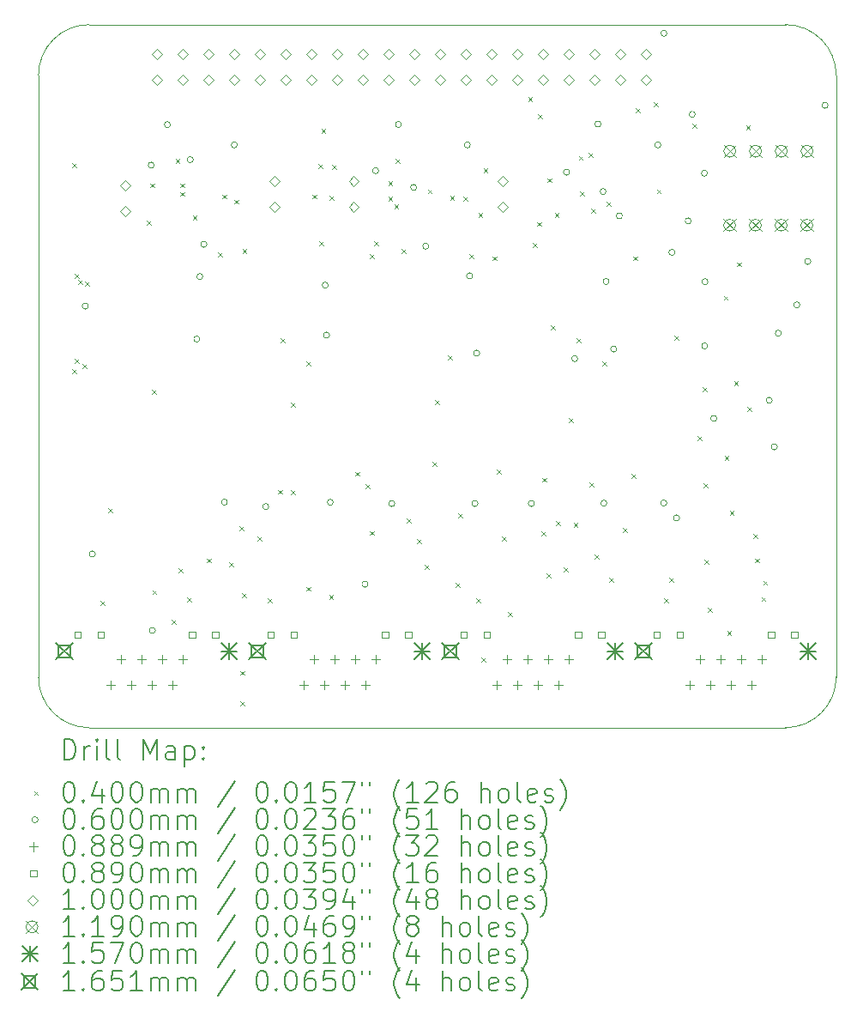
<source format=gbr>
%FSLAX45Y45*%
G04 Gerber Fmt 4.5, Leading zero omitted, Abs format (unit mm)*
G04 Created by KiCad (PCBNEW 5.99.0-unknown-47cb7f53fd~143~ubuntu20.04.1) date 2021-11-23 21:16:03*
%MOMM*%
%LPD*%
G01*
G04 APERTURE LIST*
%TA.AperFunction,Profile*%
%ADD10C,0.100000*%
%TD*%
%ADD11C,0.200000*%
%ADD12C,0.040000*%
%ADD13C,0.060000*%
%ADD14C,0.088900*%
%ADD15C,0.089000*%
%ADD16C,0.100000*%
%ADD17C,0.119000*%
%ADD18C,0.157000*%
%ADD19C,0.165100*%
G04 APERTURE END LIST*
D10*
X18721000Y-6454000D02*
G75*
G03*
X18221000Y-5954000I-500000J0D01*
G01*
X11347800Y-5954000D02*
G75*
G03*
X10847800Y-6454000I0J-500000D01*
G01*
X18221000Y-12888600D02*
X11347800Y-12888600D01*
X10847800Y-12388600D02*
X10847800Y-6454000D01*
X18221000Y-12888600D02*
G75*
G03*
X18721000Y-12388600I0J500000D01*
G01*
X10847800Y-12388600D02*
G75*
G03*
X11347800Y-12888600I500000J0D01*
G01*
X11347800Y-5954000D02*
X18221000Y-5954000D01*
X18721000Y-6454000D02*
X18721000Y-12388600D01*
D11*
D12*
X11181400Y-9354000D02*
X11221400Y-9394000D01*
X11221400Y-9354000D02*
X11181400Y-9394000D01*
X11182000Y-7323600D02*
X11222000Y-7363600D01*
X11222000Y-7323600D02*
X11182000Y-7363600D01*
X11206800Y-8414200D02*
X11246800Y-8454200D01*
X11246800Y-8414200D02*
X11206800Y-8454200D01*
X11206800Y-9252400D02*
X11246800Y-9292400D01*
X11246800Y-9252400D02*
X11206800Y-9292400D01*
X11241100Y-8473900D02*
X11281100Y-8513900D01*
X11281100Y-8473900D02*
X11241100Y-8513900D01*
X11283000Y-9303200D02*
X11323000Y-9343200D01*
X11323000Y-9303200D02*
X11283000Y-9343200D01*
X11308400Y-8490400D02*
X11348400Y-8530400D01*
X11348400Y-8490400D02*
X11308400Y-8530400D01*
X11460800Y-11638600D02*
X11500800Y-11678600D01*
X11500800Y-11638600D02*
X11460800Y-11678600D01*
X11537000Y-10724200D02*
X11577000Y-10764200D01*
X11577000Y-10724200D02*
X11537000Y-10764200D01*
X11920000Y-7890000D02*
X11960000Y-7930000D01*
X11960000Y-7890000D02*
X11920000Y-7930000D01*
X11950000Y-7520000D02*
X11990000Y-7560000D01*
X11990000Y-7520000D02*
X11950000Y-7560000D01*
X11968800Y-9555800D02*
X12008800Y-9595800D01*
X12008800Y-9555800D02*
X11968800Y-9595800D01*
X11972500Y-11532500D02*
X12012500Y-11572500D01*
X12012500Y-11532500D02*
X11972500Y-11572500D01*
X12160000Y-11825000D02*
X12200000Y-11865000D01*
X12200000Y-11825000D02*
X12160000Y-11865000D01*
X12200000Y-7280000D02*
X12240000Y-7320000D01*
X12240000Y-7280000D02*
X12200000Y-7320000D01*
X12230000Y-11317500D02*
X12270000Y-11357500D01*
X12270000Y-11317500D02*
X12230000Y-11357500D01*
X12250000Y-7520000D02*
X12290000Y-7560000D01*
X12290000Y-7520000D02*
X12250000Y-7560000D01*
X12250150Y-7604932D02*
X12290150Y-7644932D01*
X12290150Y-7604932D02*
X12250150Y-7644932D01*
X12315000Y-11607500D02*
X12355000Y-11647500D01*
X12355000Y-11607500D02*
X12315000Y-11647500D01*
X12370000Y-7840000D02*
X12410000Y-7880000D01*
X12410000Y-7840000D02*
X12370000Y-7880000D01*
X12510000Y-11220000D02*
X12550000Y-11260000D01*
X12550000Y-11220000D02*
X12510000Y-11260000D01*
X12620000Y-8200000D02*
X12660000Y-8240000D01*
X12660000Y-8200000D02*
X12620000Y-8240000D01*
X12660000Y-7629950D02*
X12700000Y-7669950D01*
X12700000Y-7629950D02*
X12660000Y-7669950D01*
X12730800Y-11257600D02*
X12770800Y-11297600D01*
X12770800Y-11257600D02*
X12730800Y-11297600D01*
X12780000Y-7680000D02*
X12820000Y-7720000D01*
X12820000Y-7680000D02*
X12780000Y-7720000D01*
X12832400Y-10902000D02*
X12872400Y-10942000D01*
X12872400Y-10902000D02*
X12832400Y-10942000D01*
X12837500Y-12627500D02*
X12877500Y-12667500D01*
X12877500Y-12627500D02*
X12837500Y-12667500D01*
X12842500Y-12330000D02*
X12882500Y-12370000D01*
X12882500Y-12330000D02*
X12842500Y-12370000D01*
X12857800Y-11562400D02*
X12897800Y-11602400D01*
X12897800Y-11562400D02*
X12857800Y-11602400D01*
X12860000Y-8170000D02*
X12900000Y-8210000D01*
X12900000Y-8170000D02*
X12860000Y-8210000D01*
X13010200Y-11003600D02*
X13050200Y-11043600D01*
X13050200Y-11003600D02*
X13010200Y-11043600D01*
X13111800Y-11613200D02*
X13151800Y-11653200D01*
X13151800Y-11613200D02*
X13111800Y-11653200D01*
X13210000Y-10542500D02*
X13250000Y-10582500D01*
X13250000Y-10542500D02*
X13210000Y-10582500D01*
X13238800Y-9047800D02*
X13278800Y-9087800D01*
X13278800Y-9047800D02*
X13238800Y-9087800D01*
X13340400Y-9682800D02*
X13380400Y-9722800D01*
X13380400Y-9682800D02*
X13340400Y-9722800D01*
X13340400Y-10546400D02*
X13380400Y-10586400D01*
X13380400Y-10546400D02*
X13340400Y-10586400D01*
X13490000Y-11500000D02*
X13530000Y-11540000D01*
X13530000Y-11500000D02*
X13490000Y-11540000D01*
X13492800Y-9276400D02*
X13532800Y-9316400D01*
X13532800Y-9276400D02*
X13492800Y-9316400D01*
X13550000Y-7630000D02*
X13590000Y-7670000D01*
X13590000Y-7630000D02*
X13550000Y-7670000D01*
X13610000Y-7330000D02*
X13650000Y-7370000D01*
X13650000Y-7330000D02*
X13610000Y-7370000D01*
X13620000Y-8090000D02*
X13660000Y-8130000D01*
X13660000Y-8090000D02*
X13620000Y-8130000D01*
X13640000Y-6980000D02*
X13680000Y-7020000D01*
X13680000Y-6980000D02*
X13640000Y-7020000D01*
X13715000Y-11580000D02*
X13755000Y-11620000D01*
X13755000Y-11580000D02*
X13715000Y-11620000D01*
X13720000Y-7640000D02*
X13760000Y-7680000D01*
X13760000Y-7640000D02*
X13720000Y-7680000D01*
X13747609Y-7337609D02*
X13787609Y-7377609D01*
X13787609Y-7337609D02*
X13747609Y-7377609D01*
X13972500Y-10365000D02*
X14012500Y-10405000D01*
X14012500Y-10365000D02*
X13972500Y-10405000D01*
X14077500Y-10487500D02*
X14117500Y-10527500D01*
X14117500Y-10487500D02*
X14077500Y-10527500D01*
X14120000Y-8220000D02*
X14160000Y-8260000D01*
X14160000Y-8220000D02*
X14120000Y-8260000D01*
X14120000Y-10950000D02*
X14160000Y-10990000D01*
X14160000Y-10950000D02*
X14120000Y-10990000D01*
X14160000Y-8090000D02*
X14200000Y-8130000D01*
X14200000Y-8090000D02*
X14160000Y-8130000D01*
X14300000Y-7500000D02*
X14340000Y-7540000D01*
X14340000Y-7500000D02*
X14300000Y-7540000D01*
X14300000Y-7650000D02*
X14340000Y-7690000D01*
X14340000Y-7650000D02*
X14300000Y-7690000D01*
X14359950Y-7730000D02*
X14399950Y-7770000D01*
X14399950Y-7730000D02*
X14359950Y-7770000D01*
X14370000Y-7280000D02*
X14410000Y-7320000D01*
X14410000Y-7280000D02*
X14370000Y-7320000D01*
X14430000Y-8170000D02*
X14470000Y-8210000D01*
X14470000Y-8170000D02*
X14430000Y-8210000D01*
X14483400Y-10825800D02*
X14523400Y-10865800D01*
X14523400Y-10825800D02*
X14483400Y-10865800D01*
X14585000Y-11029000D02*
X14625000Y-11069000D01*
X14625000Y-11029000D02*
X14585000Y-11069000D01*
X14661200Y-11283000D02*
X14701200Y-11323000D01*
X14701200Y-11283000D02*
X14661200Y-11323000D01*
X14690000Y-7580000D02*
X14730000Y-7620000D01*
X14730000Y-7580000D02*
X14690000Y-7620000D01*
X14737400Y-10267000D02*
X14777400Y-10307000D01*
X14777400Y-10267000D02*
X14737400Y-10307000D01*
X14762800Y-9657400D02*
X14802800Y-9697400D01*
X14802800Y-9657400D02*
X14762800Y-9697400D01*
X14889800Y-9220000D02*
X14929800Y-9260000D01*
X14929800Y-9220000D02*
X14889800Y-9260000D01*
X14910000Y-7640000D02*
X14950000Y-7680000D01*
X14950000Y-7640000D02*
X14910000Y-7680000D01*
X14966000Y-11460800D02*
X15006000Y-11500800D01*
X15006000Y-11460800D02*
X14966000Y-11500800D01*
X14991400Y-10775000D02*
X15031400Y-10815000D01*
X15031400Y-10775000D02*
X14991400Y-10815000D01*
X15040000Y-7650000D02*
X15080000Y-7690000D01*
X15080000Y-7650000D02*
X15040000Y-7690000D01*
X15100000Y-8220000D02*
X15140000Y-8260000D01*
X15140000Y-8220000D02*
X15100000Y-8260000D01*
X15169200Y-11613200D02*
X15209200Y-11653200D01*
X15209200Y-11613200D02*
X15169200Y-11653200D01*
X15190000Y-7810000D02*
X15230000Y-7850000D01*
X15230000Y-7810000D02*
X15190000Y-7850000D01*
X15220000Y-12197400D02*
X15260000Y-12237400D01*
X15260000Y-12197400D02*
X15220000Y-12237400D01*
X15240000Y-7370000D02*
X15280000Y-7410000D01*
X15280000Y-7370000D02*
X15240000Y-7410000D01*
X15330000Y-8240000D02*
X15370000Y-8280000D01*
X15370000Y-8240000D02*
X15330000Y-8280000D01*
X15372400Y-10343200D02*
X15412400Y-10383200D01*
X15412400Y-10343200D02*
X15372400Y-10383200D01*
X15423200Y-11003600D02*
X15463200Y-11043600D01*
X15463200Y-11003600D02*
X15423200Y-11043600D01*
X15482500Y-11750000D02*
X15522500Y-11790000D01*
X15522500Y-11750000D02*
X15482500Y-11790000D01*
X15680000Y-6670000D02*
X15720000Y-6710000D01*
X15720000Y-6670000D02*
X15680000Y-6710000D01*
X15730000Y-8110000D02*
X15770000Y-8150000D01*
X15770000Y-8110000D02*
X15730000Y-8150000D01*
X15770000Y-7900000D02*
X15810000Y-7940000D01*
X15810000Y-7900000D02*
X15770000Y-7940000D01*
X15780000Y-6840000D02*
X15820000Y-6880000D01*
X15820000Y-6840000D02*
X15780000Y-6880000D01*
X15812500Y-10955000D02*
X15852500Y-10995000D01*
X15852500Y-10955000D02*
X15812500Y-10995000D01*
X15817500Y-10425000D02*
X15857500Y-10465000D01*
X15857500Y-10425000D02*
X15817500Y-10465000D01*
X15860000Y-11370000D02*
X15900000Y-11410000D01*
X15900000Y-11370000D02*
X15860000Y-11410000D01*
X15870000Y-7470050D02*
X15910000Y-7510050D01*
X15910000Y-7470050D02*
X15870000Y-7510050D01*
X15905800Y-8920800D02*
X15945800Y-8960800D01*
X15945800Y-8920800D02*
X15905800Y-8960800D01*
X15942391Y-7812391D02*
X15982391Y-7852391D01*
X15982391Y-7812391D02*
X15942391Y-7852391D01*
X15956600Y-10851200D02*
X15996600Y-10891200D01*
X15996600Y-10851200D02*
X15956600Y-10891200D01*
X16032800Y-11308400D02*
X16072800Y-11348400D01*
X16072800Y-11308400D02*
X16032800Y-11348400D01*
X16083600Y-9835200D02*
X16123600Y-9875200D01*
X16123600Y-9835200D02*
X16083600Y-9875200D01*
X16130000Y-10870000D02*
X16170000Y-10910000D01*
X16170000Y-10870000D02*
X16130000Y-10910000D01*
X16159800Y-9047800D02*
X16199800Y-9087800D01*
X16199800Y-9047800D02*
X16159800Y-9087800D01*
X16180000Y-7250000D02*
X16220000Y-7290000D01*
X16220000Y-7250000D02*
X16180000Y-7290000D01*
X16190000Y-7600000D02*
X16230000Y-7640000D01*
X16230000Y-7600000D02*
X16190000Y-7640000D01*
X16280000Y-7220000D02*
X16320000Y-7260000D01*
X16320000Y-7220000D02*
X16280000Y-7260000D01*
X16286800Y-10470200D02*
X16326800Y-10510200D01*
X16326800Y-10470200D02*
X16286800Y-10510200D01*
X16300000Y-7770000D02*
X16340000Y-7810000D01*
X16340000Y-7770000D02*
X16300000Y-7810000D01*
X16337600Y-11181400D02*
X16377600Y-11221400D01*
X16377600Y-11181400D02*
X16337600Y-11221400D01*
X16413800Y-9276400D02*
X16453800Y-9316400D01*
X16453800Y-9276400D02*
X16413800Y-9316400D01*
X16452609Y-7702609D02*
X16492609Y-7742609D01*
X16492609Y-7702609D02*
X16452609Y-7742609D01*
X16480000Y-11410000D02*
X16520000Y-11450000D01*
X16520000Y-11410000D02*
X16480000Y-11450000D01*
X16617000Y-10920000D02*
X16657000Y-10960000D01*
X16657000Y-10920000D02*
X16617000Y-10960000D01*
X16702500Y-10385000D02*
X16742500Y-10425000D01*
X16742500Y-10385000D02*
X16702500Y-10425000D01*
X16720000Y-8240000D02*
X16760000Y-8280000D01*
X16760000Y-8240000D02*
X16720000Y-8280000D01*
X16742901Y-6780000D02*
X16782901Y-6820000D01*
X16782901Y-6780000D02*
X16742901Y-6820000D01*
X16920000Y-6720000D02*
X16960000Y-6760000D01*
X16960000Y-6720000D02*
X16920000Y-6760000D01*
X16950000Y-7580000D02*
X16990000Y-7620000D01*
X16990000Y-7580000D02*
X16950000Y-7620000D01*
X17023400Y-11613200D02*
X17063400Y-11653200D01*
X17063400Y-11613200D02*
X17023400Y-11653200D01*
X17074200Y-11410000D02*
X17114200Y-11450000D01*
X17114200Y-11410000D02*
X17074200Y-11450000D01*
X17125000Y-9022400D02*
X17165000Y-9062400D01*
X17165000Y-9022400D02*
X17125000Y-9062400D01*
X17300000Y-6930000D02*
X17340000Y-6970000D01*
X17340000Y-6930000D02*
X17300000Y-6970000D01*
X17353600Y-10013000D02*
X17393600Y-10053000D01*
X17393600Y-10013000D02*
X17353600Y-10053000D01*
X17404400Y-9530400D02*
X17444400Y-9570400D01*
X17444400Y-9530400D02*
X17404400Y-9570400D01*
X17413859Y-10478641D02*
X17453859Y-10518641D01*
X17453859Y-10478641D02*
X17413859Y-10518641D01*
X17420000Y-11230000D02*
X17460000Y-11270000D01*
X17460000Y-11230000D02*
X17420000Y-11270000D01*
X17452500Y-11705000D02*
X17492500Y-11745000D01*
X17492500Y-11705000D02*
X17452500Y-11745000D01*
X17610000Y-8630000D02*
X17650000Y-8670000D01*
X17650000Y-8630000D02*
X17610000Y-8670000D01*
X17620000Y-10210000D02*
X17660000Y-10250000D01*
X17660000Y-10210000D02*
X17620000Y-10250000D01*
X17645000Y-11935000D02*
X17685000Y-11975000D01*
X17685000Y-11935000D02*
X17645000Y-11975000D01*
X17670000Y-10750000D02*
X17710000Y-10790000D01*
X17710000Y-10750000D02*
X17670000Y-10790000D01*
X17712500Y-9472500D02*
X17752500Y-9512500D01*
X17752500Y-9472500D02*
X17712500Y-9512500D01*
X17742900Y-8299950D02*
X17782900Y-8339950D01*
X17782900Y-8299950D02*
X17742900Y-8339950D01*
X17830000Y-6950000D02*
X17870000Y-6990000D01*
X17870000Y-6950000D02*
X17830000Y-6990000D01*
X17842500Y-9725000D02*
X17882500Y-9765000D01*
X17882500Y-9725000D02*
X17842500Y-9765000D01*
X17900000Y-10980000D02*
X17940000Y-11020000D01*
X17940000Y-10980000D02*
X17900000Y-11020000D01*
X17920000Y-11220000D02*
X17960000Y-11260000D01*
X17960000Y-11220000D02*
X17920000Y-11260000D01*
X17982500Y-11600000D02*
X18022500Y-11640000D01*
X18022500Y-11600000D02*
X17982500Y-11640000D01*
X18000000Y-11440000D02*
X18040000Y-11480000D01*
X18040000Y-11440000D02*
X18000000Y-11480000D01*
D13*
X11340000Y-8730000D02*
G75*
G03*
X11340000Y-8730000I-30000J0D01*
G01*
X11409200Y-11176000D02*
G75*
G03*
X11409200Y-11176000I-30000J0D01*
G01*
X11990000Y-7340000D02*
G75*
G03*
X11990000Y-7340000I-30000J0D01*
G01*
X12002500Y-11930000D02*
G75*
G03*
X12002500Y-11930000I-30000J0D01*
G01*
X12150000Y-6940000D02*
G75*
G03*
X12150000Y-6940000I-30000J0D01*
G01*
X12375538Y-7285538D02*
G75*
G03*
X12375538Y-7285538I-30000J0D01*
G01*
X12440000Y-9055000D02*
G75*
G03*
X12440000Y-9055000I-30000J0D01*
G01*
X12470000Y-8440000D02*
G75*
G03*
X12470000Y-8440000I-30000J0D01*
G01*
X12510000Y-8120000D02*
G75*
G03*
X12510000Y-8120000I-30000J0D01*
G01*
X12712500Y-10665000D02*
G75*
G03*
X12712500Y-10665000I-30000J0D01*
G01*
X12810000Y-7140000D02*
G75*
G03*
X12810000Y-7140000I-30000J0D01*
G01*
X13120000Y-10707500D02*
G75*
G03*
X13120000Y-10707500I-30000J0D01*
G01*
X13707500Y-8522500D02*
G75*
G03*
X13707500Y-8522500I-30000J0D01*
G01*
X13720600Y-9017000D02*
G75*
G03*
X13720600Y-9017000I-30000J0D01*
G01*
X13757500Y-10665000D02*
G75*
G03*
X13757500Y-10665000I-30000J0D01*
G01*
X14100000Y-11475000D02*
G75*
G03*
X14100000Y-11475000I-30000J0D01*
G01*
X14204021Y-7394947D02*
G75*
G03*
X14204021Y-7394947I-30000J0D01*
G01*
X14365000Y-10677500D02*
G75*
G03*
X14365000Y-10677500I-30000J0D01*
G01*
X14430000Y-6940000D02*
G75*
G03*
X14430000Y-6940000I-30000J0D01*
G01*
X14580000Y-7560000D02*
G75*
G03*
X14580000Y-7560000I-30000J0D01*
G01*
X14700000Y-8140000D02*
G75*
G03*
X14700000Y-8140000I-30000J0D01*
G01*
X15110000Y-7140000D02*
G75*
G03*
X15110000Y-7140000I-30000J0D01*
G01*
X15132500Y-8432500D02*
G75*
G03*
X15132500Y-8432500I-30000J0D01*
G01*
X15185000Y-10677500D02*
G75*
G03*
X15185000Y-10677500I-30000J0D01*
G01*
X15202500Y-9195000D02*
G75*
G03*
X15202500Y-9195000I-30000J0D01*
G01*
X15742500Y-10677500D02*
G75*
G03*
X15742500Y-10677500I-30000J0D01*
G01*
X16090000Y-7410000D02*
G75*
G03*
X16090000Y-7410000I-30000J0D01*
G01*
X16170000Y-9247500D02*
G75*
G03*
X16170000Y-9247500I-30000J0D01*
G01*
X16399950Y-6935275D02*
G75*
G03*
X16399950Y-6935275I-30000J0D01*
G01*
X16450050Y-7600000D02*
G75*
G03*
X16450050Y-7600000I-30000J0D01*
G01*
X16457500Y-10675000D02*
G75*
G03*
X16457500Y-10675000I-30000J0D01*
G01*
X16480000Y-8487500D02*
G75*
G03*
X16480000Y-8487500I-30000J0D01*
G01*
X16555000Y-9155000D02*
G75*
G03*
X16555000Y-9155000I-30000J0D01*
G01*
X16610000Y-7840000D02*
G75*
G03*
X16610000Y-7840000I-30000J0D01*
G01*
X16990000Y-7140000D02*
G75*
G03*
X16990000Y-7140000I-30000J0D01*
G01*
X17050000Y-6040000D02*
G75*
G03*
X17050000Y-6040000I-30000J0D01*
G01*
X17050000Y-10672500D02*
G75*
G03*
X17050000Y-10672500I-30000J0D01*
G01*
X17130000Y-8200000D02*
G75*
G03*
X17130000Y-8200000I-30000J0D01*
G01*
X17175000Y-10820400D02*
G75*
G03*
X17175000Y-10820400I-30000J0D01*
G01*
X17290000Y-7890000D02*
G75*
G03*
X17290000Y-7890000I-30000J0D01*
G01*
X17330000Y-6840000D02*
G75*
G03*
X17330000Y-6840000I-30000J0D01*
G01*
X17450000Y-7420000D02*
G75*
G03*
X17450000Y-7420000I-30000J0D01*
G01*
X17452500Y-9122500D02*
G75*
G03*
X17452500Y-9122500I-30000J0D01*
G01*
X17455000Y-8490000D02*
G75*
G03*
X17455000Y-8490000I-30000J0D01*
G01*
X17542500Y-9837500D02*
G75*
G03*
X17542500Y-9837500I-30000J0D01*
G01*
X18090000Y-9660000D02*
G75*
G03*
X18090000Y-9660000I-30000J0D01*
G01*
X18140000Y-10120000D02*
G75*
G03*
X18140000Y-10120000I-30000J0D01*
G01*
X18180000Y-8997500D02*
G75*
G03*
X18180000Y-8997500I-30000J0D01*
G01*
X18362500Y-8717500D02*
G75*
G03*
X18362500Y-8717500I-30000J0D01*
G01*
X18470000Y-8290000D02*
G75*
G03*
X18470000Y-8290000I-30000J0D01*
G01*
X18640000Y-6750000D02*
G75*
G03*
X18640000Y-6750000I-30000J0D01*
G01*
D14*
X11558900Y-12425150D02*
X11558900Y-12514050D01*
X11514450Y-12469600D02*
X11603350Y-12469600D01*
X11660900Y-12171150D02*
X11660900Y-12260050D01*
X11616450Y-12215600D02*
X11705350Y-12215600D01*
X11761900Y-12425150D02*
X11761900Y-12514050D01*
X11717450Y-12469600D02*
X11806350Y-12469600D01*
X11863900Y-12171150D02*
X11863900Y-12260050D01*
X11819450Y-12215600D02*
X11908350Y-12215600D01*
X11964900Y-12425150D02*
X11964900Y-12514050D01*
X11920450Y-12469600D02*
X12009350Y-12469600D01*
X12066900Y-12171150D02*
X12066900Y-12260050D01*
X12022450Y-12215600D02*
X12111350Y-12215600D01*
X12167900Y-12425150D02*
X12167900Y-12514050D01*
X12123450Y-12469600D02*
X12212350Y-12469600D01*
X12269900Y-12171150D02*
X12269900Y-12260050D01*
X12225450Y-12215600D02*
X12314350Y-12215600D01*
X13463900Y-12425150D02*
X13463900Y-12514050D01*
X13419450Y-12469600D02*
X13508350Y-12469600D01*
X13565900Y-12171150D02*
X13565900Y-12260050D01*
X13521450Y-12215600D02*
X13610350Y-12215600D01*
X13666900Y-12425150D02*
X13666900Y-12514050D01*
X13622450Y-12469600D02*
X13711350Y-12469600D01*
X13768900Y-12171150D02*
X13768900Y-12260050D01*
X13724450Y-12215600D02*
X13813350Y-12215600D01*
X13869900Y-12425150D02*
X13869900Y-12514050D01*
X13825450Y-12469600D02*
X13914350Y-12469600D01*
X13971900Y-12171150D02*
X13971900Y-12260050D01*
X13927450Y-12215600D02*
X14016350Y-12215600D01*
X14072900Y-12425150D02*
X14072900Y-12514050D01*
X14028450Y-12469600D02*
X14117350Y-12469600D01*
X14174900Y-12171150D02*
X14174900Y-12260050D01*
X14130450Y-12215600D02*
X14219350Y-12215600D01*
X15368900Y-12425150D02*
X15368900Y-12514050D01*
X15324450Y-12469600D02*
X15413350Y-12469600D01*
X15470900Y-12171150D02*
X15470900Y-12260050D01*
X15426450Y-12215600D02*
X15515350Y-12215600D01*
X15571900Y-12425150D02*
X15571900Y-12514050D01*
X15527450Y-12469600D02*
X15616350Y-12469600D01*
X15673900Y-12171150D02*
X15673900Y-12260050D01*
X15629450Y-12215600D02*
X15718350Y-12215600D01*
X15774900Y-12425150D02*
X15774900Y-12514050D01*
X15730450Y-12469600D02*
X15819350Y-12469600D01*
X15876900Y-12171150D02*
X15876900Y-12260050D01*
X15832450Y-12215600D02*
X15921350Y-12215600D01*
X15977900Y-12425150D02*
X15977900Y-12514050D01*
X15933450Y-12469600D02*
X16022350Y-12469600D01*
X16079900Y-12171150D02*
X16079900Y-12260050D01*
X16035450Y-12215600D02*
X16124350Y-12215600D01*
X17273900Y-12425150D02*
X17273900Y-12514050D01*
X17229450Y-12469600D02*
X17318350Y-12469600D01*
X17375900Y-12171150D02*
X17375900Y-12260050D01*
X17331450Y-12215600D02*
X17420350Y-12215600D01*
X17476900Y-12425150D02*
X17476900Y-12514050D01*
X17432450Y-12469600D02*
X17521350Y-12469600D01*
X17578900Y-12171150D02*
X17578900Y-12260050D01*
X17534450Y-12215600D02*
X17623350Y-12215600D01*
X17679900Y-12425150D02*
X17679900Y-12514050D01*
X17635450Y-12469600D02*
X17724350Y-12469600D01*
X17781900Y-12171150D02*
X17781900Y-12260050D01*
X17737450Y-12215600D02*
X17826350Y-12215600D01*
X17882900Y-12425150D02*
X17882900Y-12514050D01*
X17838450Y-12469600D02*
X17927350Y-12469600D01*
X17984900Y-12171150D02*
X17984900Y-12260050D01*
X17940450Y-12215600D02*
X18029350Y-12215600D01*
D15*
X11266367Y-12006067D02*
X11266367Y-11943133D01*
X11203433Y-11943133D01*
X11203433Y-12006067D01*
X11266367Y-12006067D01*
X11495367Y-12006067D02*
X11495367Y-11943133D01*
X11432433Y-11943133D01*
X11432433Y-12006067D01*
X11495367Y-12006067D01*
X12396367Y-12006067D02*
X12396367Y-11943133D01*
X12333433Y-11943133D01*
X12333433Y-12006067D01*
X12396367Y-12006067D01*
X12625367Y-12006067D02*
X12625367Y-11943133D01*
X12562433Y-11943133D01*
X12562433Y-12006067D01*
X12625367Y-12006067D01*
X13171367Y-12006067D02*
X13171367Y-11943133D01*
X13108433Y-11943133D01*
X13108433Y-12006067D01*
X13171367Y-12006067D01*
X13400367Y-12006067D02*
X13400367Y-11943133D01*
X13337433Y-11943133D01*
X13337433Y-12006067D01*
X13400367Y-12006067D01*
X14301367Y-12006067D02*
X14301367Y-11943133D01*
X14238433Y-11943133D01*
X14238433Y-12006067D01*
X14301367Y-12006067D01*
X14530367Y-12006067D02*
X14530367Y-11943133D01*
X14467433Y-11943133D01*
X14467433Y-12006067D01*
X14530367Y-12006067D01*
X15076367Y-12006067D02*
X15076367Y-11943133D01*
X15013433Y-11943133D01*
X15013433Y-12006067D01*
X15076367Y-12006067D01*
X15305367Y-12006067D02*
X15305367Y-11943133D01*
X15242433Y-11943133D01*
X15242433Y-12006067D01*
X15305367Y-12006067D01*
X16206367Y-12006067D02*
X16206367Y-11943133D01*
X16143433Y-11943133D01*
X16143433Y-12006067D01*
X16206367Y-12006067D01*
X16435367Y-12006067D02*
X16435367Y-11943133D01*
X16372433Y-11943133D01*
X16372433Y-12006067D01*
X16435367Y-12006067D01*
X16981367Y-12006067D02*
X16981367Y-11943133D01*
X16918433Y-11943133D01*
X16918433Y-12006067D01*
X16981367Y-12006067D01*
X17210367Y-12006067D02*
X17210367Y-11943133D01*
X17147433Y-11943133D01*
X17147433Y-12006067D01*
X17210367Y-12006067D01*
X18111367Y-12006067D02*
X18111367Y-11943133D01*
X18048433Y-11943133D01*
X18048433Y-12006067D01*
X18111367Y-12006067D01*
X18340367Y-12006067D02*
X18340367Y-11943133D01*
X18277433Y-11943133D01*
X18277433Y-12006067D01*
X18340367Y-12006067D01*
D16*
X11703100Y-7588200D02*
X11753100Y-7538200D01*
X11703100Y-7488200D01*
X11653100Y-7538200D01*
X11703100Y-7588200D01*
X11703100Y-7842200D02*
X11753100Y-7792200D01*
X11703100Y-7742200D01*
X11653100Y-7792200D01*
X11703100Y-7842200D01*
X12016000Y-6296600D02*
X12066000Y-6246600D01*
X12016000Y-6196600D01*
X11966000Y-6246600D01*
X12016000Y-6296600D01*
X12016000Y-6550600D02*
X12066000Y-6500600D01*
X12016000Y-6450600D01*
X11966000Y-6500600D01*
X12016000Y-6550600D01*
X12270000Y-6296600D02*
X12320000Y-6246600D01*
X12270000Y-6196600D01*
X12220000Y-6246600D01*
X12270000Y-6296600D01*
X12270000Y-6550600D02*
X12320000Y-6500600D01*
X12270000Y-6450600D01*
X12220000Y-6500600D01*
X12270000Y-6550600D01*
X12524000Y-6296600D02*
X12574000Y-6246600D01*
X12524000Y-6196600D01*
X12474000Y-6246600D01*
X12524000Y-6296600D01*
X12524000Y-6550600D02*
X12574000Y-6500600D01*
X12524000Y-6450600D01*
X12474000Y-6500600D01*
X12524000Y-6550600D01*
X12778000Y-6296600D02*
X12828000Y-6246600D01*
X12778000Y-6196600D01*
X12728000Y-6246600D01*
X12778000Y-6296600D01*
X12778000Y-6550600D02*
X12828000Y-6500600D01*
X12778000Y-6450600D01*
X12728000Y-6500600D01*
X12778000Y-6550600D01*
X13032000Y-6296600D02*
X13082000Y-6246600D01*
X13032000Y-6196600D01*
X12982000Y-6246600D01*
X13032000Y-6296600D01*
X13032000Y-6550600D02*
X13082000Y-6500600D01*
X13032000Y-6450600D01*
X12982000Y-6500600D01*
X13032000Y-6550600D01*
X13175000Y-7550000D02*
X13225000Y-7500000D01*
X13175000Y-7450000D01*
X13125000Y-7500000D01*
X13175000Y-7550000D01*
X13175000Y-7804000D02*
X13225000Y-7754000D01*
X13175000Y-7704000D01*
X13125000Y-7754000D01*
X13175000Y-7804000D01*
X13286000Y-6296600D02*
X13336000Y-6246600D01*
X13286000Y-6196600D01*
X13236000Y-6246600D01*
X13286000Y-6296600D01*
X13286000Y-6550600D02*
X13336000Y-6500600D01*
X13286000Y-6450600D01*
X13236000Y-6500600D01*
X13286000Y-6550600D01*
X13540000Y-6296600D02*
X13590000Y-6246600D01*
X13540000Y-6196600D01*
X13490000Y-6246600D01*
X13540000Y-6296600D01*
X13540000Y-6550600D02*
X13590000Y-6500600D01*
X13540000Y-6450600D01*
X13490000Y-6500600D01*
X13540000Y-6550600D01*
X13794000Y-6296600D02*
X13844000Y-6246600D01*
X13794000Y-6196600D01*
X13744000Y-6246600D01*
X13794000Y-6296600D01*
X13794000Y-6550600D02*
X13844000Y-6500600D01*
X13794000Y-6450600D01*
X13744000Y-6500600D01*
X13794000Y-6550600D01*
X13960000Y-7550000D02*
X14010000Y-7500000D01*
X13960000Y-7450000D01*
X13910000Y-7500000D01*
X13960000Y-7550000D01*
X13960000Y-7804000D02*
X14010000Y-7754000D01*
X13960000Y-7704000D01*
X13910000Y-7754000D01*
X13960000Y-7804000D01*
X14048000Y-6296600D02*
X14098000Y-6246600D01*
X14048000Y-6196600D01*
X13998000Y-6246600D01*
X14048000Y-6296600D01*
X14048000Y-6550600D02*
X14098000Y-6500600D01*
X14048000Y-6450600D01*
X13998000Y-6500600D01*
X14048000Y-6550600D01*
X14302000Y-6296600D02*
X14352000Y-6246600D01*
X14302000Y-6196600D01*
X14252000Y-6246600D01*
X14302000Y-6296600D01*
X14302000Y-6550600D02*
X14352000Y-6500600D01*
X14302000Y-6450600D01*
X14252000Y-6500600D01*
X14302000Y-6550600D01*
X14556000Y-6296600D02*
X14606000Y-6246600D01*
X14556000Y-6196600D01*
X14506000Y-6246600D01*
X14556000Y-6296600D01*
X14556000Y-6550600D02*
X14606000Y-6500600D01*
X14556000Y-6450600D01*
X14506000Y-6500600D01*
X14556000Y-6550600D01*
X14810000Y-6296600D02*
X14860000Y-6246600D01*
X14810000Y-6196600D01*
X14760000Y-6246600D01*
X14810000Y-6296600D01*
X14810000Y-6550600D02*
X14860000Y-6500600D01*
X14810000Y-6450600D01*
X14760000Y-6500600D01*
X14810000Y-6550600D01*
X15064000Y-6296600D02*
X15114000Y-6246600D01*
X15064000Y-6196600D01*
X15014000Y-6246600D01*
X15064000Y-6296600D01*
X15064000Y-6550600D02*
X15114000Y-6500600D01*
X15064000Y-6450600D01*
X15014000Y-6500600D01*
X15064000Y-6550600D01*
X15318000Y-6296600D02*
X15368000Y-6246600D01*
X15318000Y-6196600D01*
X15268000Y-6246600D01*
X15318000Y-6296600D01*
X15318000Y-6550600D02*
X15368000Y-6500600D01*
X15318000Y-6450600D01*
X15268000Y-6500600D01*
X15318000Y-6550600D01*
X15430000Y-7550000D02*
X15480000Y-7500000D01*
X15430000Y-7450000D01*
X15380000Y-7500000D01*
X15430000Y-7550000D01*
X15430000Y-7804000D02*
X15480000Y-7754000D01*
X15430000Y-7704000D01*
X15380000Y-7754000D01*
X15430000Y-7804000D01*
X15572000Y-6296600D02*
X15622000Y-6246600D01*
X15572000Y-6196600D01*
X15522000Y-6246600D01*
X15572000Y-6296600D01*
X15572000Y-6550600D02*
X15622000Y-6500600D01*
X15572000Y-6450600D01*
X15522000Y-6500600D01*
X15572000Y-6550600D01*
X15826000Y-6296600D02*
X15876000Y-6246600D01*
X15826000Y-6196600D01*
X15776000Y-6246600D01*
X15826000Y-6296600D01*
X15826000Y-6550600D02*
X15876000Y-6500600D01*
X15826000Y-6450600D01*
X15776000Y-6500600D01*
X15826000Y-6550600D01*
X16080000Y-6296600D02*
X16130000Y-6246600D01*
X16080000Y-6196600D01*
X16030000Y-6246600D01*
X16080000Y-6296600D01*
X16080000Y-6550600D02*
X16130000Y-6500600D01*
X16080000Y-6450600D01*
X16030000Y-6500600D01*
X16080000Y-6550600D01*
X16334000Y-6296600D02*
X16384000Y-6246600D01*
X16334000Y-6196600D01*
X16284000Y-6246600D01*
X16334000Y-6296600D01*
X16334000Y-6550600D02*
X16384000Y-6500600D01*
X16334000Y-6450600D01*
X16284000Y-6500600D01*
X16334000Y-6550600D01*
X16588000Y-6296600D02*
X16638000Y-6246600D01*
X16588000Y-6196600D01*
X16538000Y-6246600D01*
X16588000Y-6296600D01*
X16588000Y-6550600D02*
X16638000Y-6500600D01*
X16588000Y-6450600D01*
X16538000Y-6500600D01*
X16588000Y-6550600D01*
X16842000Y-6296600D02*
X16892000Y-6246600D01*
X16842000Y-6196600D01*
X16792000Y-6246600D01*
X16842000Y-6296600D01*
X16842000Y-6550600D02*
X16892000Y-6500600D01*
X16842000Y-6450600D01*
X16792000Y-6500600D01*
X16842000Y-6550600D01*
D17*
X17609500Y-7872500D02*
X17728500Y-7991500D01*
X17728500Y-7872500D02*
X17609500Y-7991500D01*
X17728500Y-7932000D02*
G75*
G03*
X17728500Y-7932000I-59500J0D01*
G01*
X17611500Y-7142500D02*
X17730500Y-7261500D01*
X17730500Y-7142500D02*
X17611500Y-7261500D01*
X17730500Y-7202000D02*
G75*
G03*
X17730500Y-7202000I-59500J0D01*
G01*
X17863500Y-7872500D02*
X17982500Y-7991500D01*
X17982500Y-7872500D02*
X17863500Y-7991500D01*
X17982500Y-7932000D02*
G75*
G03*
X17982500Y-7932000I-59500J0D01*
G01*
X17865500Y-7142500D02*
X17984500Y-7261500D01*
X17984500Y-7142500D02*
X17865500Y-7261500D01*
X17984500Y-7202000D02*
G75*
G03*
X17984500Y-7202000I-59500J0D01*
G01*
X18117500Y-7872500D02*
X18236500Y-7991500D01*
X18236500Y-7872500D02*
X18117500Y-7991500D01*
X18236500Y-7932000D02*
G75*
G03*
X18236500Y-7932000I-59500J0D01*
G01*
X18119500Y-7142500D02*
X18238500Y-7261500D01*
X18238500Y-7142500D02*
X18119500Y-7261500D01*
X18238500Y-7202000D02*
G75*
G03*
X18238500Y-7202000I-59500J0D01*
G01*
X18371500Y-7872500D02*
X18490500Y-7991500D01*
X18490500Y-7872500D02*
X18371500Y-7991500D01*
X18490500Y-7932000D02*
G75*
G03*
X18490500Y-7932000I-59500J0D01*
G01*
X18373500Y-7142500D02*
X18492500Y-7261500D01*
X18492500Y-7142500D02*
X18373500Y-7261500D01*
X18492500Y-7202000D02*
G75*
G03*
X18492500Y-7202000I-59500J0D01*
G01*
D18*
X12648900Y-12056100D02*
X12805900Y-12213100D01*
X12805900Y-12056100D02*
X12648900Y-12213100D01*
X12727400Y-12056100D02*
X12727400Y-12213100D01*
X12648900Y-12134600D02*
X12805900Y-12134600D01*
X14553900Y-12056100D02*
X14710900Y-12213100D01*
X14710900Y-12056100D02*
X14553900Y-12213100D01*
X14632400Y-12056100D02*
X14632400Y-12213100D01*
X14553900Y-12134600D02*
X14710900Y-12134600D01*
X16458900Y-12056100D02*
X16615900Y-12213100D01*
X16615900Y-12056100D02*
X16458900Y-12213100D01*
X16537400Y-12056100D02*
X16537400Y-12213100D01*
X16458900Y-12134600D02*
X16615900Y-12134600D01*
X18363900Y-12056100D02*
X18520900Y-12213100D01*
X18520900Y-12056100D02*
X18363900Y-12213100D01*
X18442400Y-12056100D02*
X18442400Y-12213100D01*
X18363900Y-12134600D02*
X18520900Y-12134600D01*
D19*
X11018850Y-12052050D02*
X11183950Y-12217150D01*
X11183950Y-12052050D02*
X11018850Y-12217150D01*
X11159772Y-12192972D02*
X11159772Y-12076228D01*
X11043028Y-12076228D01*
X11043028Y-12192972D01*
X11159772Y-12192972D01*
X12923850Y-12052050D02*
X13088950Y-12217150D01*
X13088950Y-12052050D02*
X12923850Y-12217150D01*
X13064772Y-12192972D02*
X13064772Y-12076228D01*
X12948028Y-12076228D01*
X12948028Y-12192972D01*
X13064772Y-12192972D01*
X14828850Y-12052050D02*
X14993950Y-12217150D01*
X14993950Y-12052050D02*
X14828850Y-12217150D01*
X14969772Y-12192972D02*
X14969772Y-12076228D01*
X14853028Y-12076228D01*
X14853028Y-12192972D01*
X14969772Y-12192972D01*
X16733850Y-12052050D02*
X16898950Y-12217150D01*
X16898950Y-12052050D02*
X16733850Y-12217150D01*
X16874772Y-12192972D02*
X16874772Y-12076228D01*
X16758028Y-12076228D01*
X16758028Y-12192972D01*
X16874772Y-12192972D01*
D11*
X11100419Y-13204076D02*
X11100419Y-13004076D01*
X11148038Y-13004076D01*
X11176610Y-13013600D01*
X11195657Y-13032648D01*
X11205181Y-13051695D01*
X11214705Y-13089790D01*
X11214705Y-13118362D01*
X11205181Y-13156457D01*
X11195657Y-13175505D01*
X11176610Y-13194552D01*
X11148038Y-13204076D01*
X11100419Y-13204076D01*
X11300419Y-13204076D02*
X11300419Y-13070743D01*
X11300419Y-13108838D02*
X11309943Y-13089790D01*
X11319467Y-13080267D01*
X11338514Y-13070743D01*
X11357562Y-13070743D01*
X11424228Y-13204076D02*
X11424228Y-13070743D01*
X11424228Y-13004076D02*
X11414705Y-13013600D01*
X11424228Y-13023124D01*
X11433752Y-13013600D01*
X11424228Y-13004076D01*
X11424228Y-13023124D01*
X11548038Y-13204076D02*
X11528990Y-13194552D01*
X11519467Y-13175505D01*
X11519467Y-13004076D01*
X11652800Y-13204076D02*
X11633752Y-13194552D01*
X11624228Y-13175505D01*
X11624228Y-13004076D01*
X11881371Y-13204076D02*
X11881371Y-13004076D01*
X11948038Y-13146933D01*
X12014705Y-13004076D01*
X12014705Y-13204076D01*
X12195657Y-13204076D02*
X12195657Y-13099314D01*
X12186133Y-13080267D01*
X12167086Y-13070743D01*
X12128990Y-13070743D01*
X12109943Y-13080267D01*
X12195657Y-13194552D02*
X12176609Y-13204076D01*
X12128990Y-13204076D01*
X12109943Y-13194552D01*
X12100419Y-13175505D01*
X12100419Y-13156457D01*
X12109943Y-13137409D01*
X12128990Y-13127886D01*
X12176609Y-13127886D01*
X12195657Y-13118362D01*
X12290895Y-13070743D02*
X12290895Y-13270743D01*
X12290895Y-13080267D02*
X12309943Y-13070743D01*
X12348038Y-13070743D01*
X12367086Y-13080267D01*
X12376609Y-13089790D01*
X12386133Y-13108838D01*
X12386133Y-13165981D01*
X12376609Y-13185028D01*
X12367086Y-13194552D01*
X12348038Y-13204076D01*
X12309943Y-13204076D01*
X12290895Y-13194552D01*
X12471848Y-13185028D02*
X12481371Y-13194552D01*
X12471848Y-13204076D01*
X12462324Y-13194552D01*
X12471848Y-13185028D01*
X12471848Y-13204076D01*
X12471848Y-13080267D02*
X12481371Y-13089790D01*
X12471848Y-13099314D01*
X12462324Y-13089790D01*
X12471848Y-13080267D01*
X12471848Y-13099314D01*
D12*
X10802800Y-13513600D02*
X10842800Y-13553600D01*
X10842800Y-13513600D02*
X10802800Y-13553600D01*
D11*
X11138514Y-13424076D02*
X11157562Y-13424076D01*
X11176610Y-13433600D01*
X11186133Y-13443124D01*
X11195657Y-13462171D01*
X11205181Y-13500267D01*
X11205181Y-13547886D01*
X11195657Y-13585981D01*
X11186133Y-13605028D01*
X11176610Y-13614552D01*
X11157562Y-13624076D01*
X11138514Y-13624076D01*
X11119467Y-13614552D01*
X11109943Y-13605028D01*
X11100419Y-13585981D01*
X11090895Y-13547886D01*
X11090895Y-13500267D01*
X11100419Y-13462171D01*
X11109943Y-13443124D01*
X11119467Y-13433600D01*
X11138514Y-13424076D01*
X11290895Y-13605028D02*
X11300419Y-13614552D01*
X11290895Y-13624076D01*
X11281371Y-13614552D01*
X11290895Y-13605028D01*
X11290895Y-13624076D01*
X11471848Y-13490743D02*
X11471848Y-13624076D01*
X11424228Y-13414552D02*
X11376609Y-13557409D01*
X11500419Y-13557409D01*
X11614705Y-13424076D02*
X11633752Y-13424076D01*
X11652800Y-13433600D01*
X11662324Y-13443124D01*
X11671848Y-13462171D01*
X11681371Y-13500267D01*
X11681371Y-13547886D01*
X11671848Y-13585981D01*
X11662324Y-13605028D01*
X11652800Y-13614552D01*
X11633752Y-13624076D01*
X11614705Y-13624076D01*
X11595657Y-13614552D01*
X11586133Y-13605028D01*
X11576609Y-13585981D01*
X11567086Y-13547886D01*
X11567086Y-13500267D01*
X11576609Y-13462171D01*
X11586133Y-13443124D01*
X11595657Y-13433600D01*
X11614705Y-13424076D01*
X11805181Y-13424076D02*
X11824228Y-13424076D01*
X11843276Y-13433600D01*
X11852800Y-13443124D01*
X11862324Y-13462171D01*
X11871848Y-13500267D01*
X11871848Y-13547886D01*
X11862324Y-13585981D01*
X11852800Y-13605028D01*
X11843276Y-13614552D01*
X11824228Y-13624076D01*
X11805181Y-13624076D01*
X11786133Y-13614552D01*
X11776609Y-13605028D01*
X11767086Y-13585981D01*
X11757562Y-13547886D01*
X11757562Y-13500267D01*
X11767086Y-13462171D01*
X11776609Y-13443124D01*
X11786133Y-13433600D01*
X11805181Y-13424076D01*
X11957562Y-13624076D02*
X11957562Y-13490743D01*
X11957562Y-13509790D02*
X11967086Y-13500267D01*
X11986133Y-13490743D01*
X12014705Y-13490743D01*
X12033752Y-13500267D01*
X12043276Y-13519314D01*
X12043276Y-13624076D01*
X12043276Y-13519314D02*
X12052800Y-13500267D01*
X12071848Y-13490743D01*
X12100419Y-13490743D01*
X12119467Y-13500267D01*
X12128990Y-13519314D01*
X12128990Y-13624076D01*
X12224228Y-13624076D02*
X12224228Y-13490743D01*
X12224228Y-13509790D02*
X12233752Y-13500267D01*
X12252800Y-13490743D01*
X12281371Y-13490743D01*
X12300419Y-13500267D01*
X12309943Y-13519314D01*
X12309943Y-13624076D01*
X12309943Y-13519314D02*
X12319467Y-13500267D01*
X12338514Y-13490743D01*
X12367086Y-13490743D01*
X12386133Y-13500267D01*
X12395657Y-13519314D01*
X12395657Y-13624076D01*
X12786133Y-13414552D02*
X12614705Y-13671695D01*
X13043276Y-13424076D02*
X13062324Y-13424076D01*
X13081371Y-13433600D01*
X13090895Y-13443124D01*
X13100419Y-13462171D01*
X13109943Y-13500267D01*
X13109943Y-13547886D01*
X13100419Y-13585981D01*
X13090895Y-13605028D01*
X13081371Y-13614552D01*
X13062324Y-13624076D01*
X13043276Y-13624076D01*
X13024228Y-13614552D01*
X13014705Y-13605028D01*
X13005181Y-13585981D01*
X12995657Y-13547886D01*
X12995657Y-13500267D01*
X13005181Y-13462171D01*
X13014705Y-13443124D01*
X13024228Y-13433600D01*
X13043276Y-13424076D01*
X13195657Y-13605028D02*
X13205181Y-13614552D01*
X13195657Y-13624076D01*
X13186133Y-13614552D01*
X13195657Y-13605028D01*
X13195657Y-13624076D01*
X13328990Y-13424076D02*
X13348038Y-13424076D01*
X13367086Y-13433600D01*
X13376609Y-13443124D01*
X13386133Y-13462171D01*
X13395657Y-13500267D01*
X13395657Y-13547886D01*
X13386133Y-13585981D01*
X13376609Y-13605028D01*
X13367086Y-13614552D01*
X13348038Y-13624076D01*
X13328990Y-13624076D01*
X13309943Y-13614552D01*
X13300419Y-13605028D01*
X13290895Y-13585981D01*
X13281371Y-13547886D01*
X13281371Y-13500267D01*
X13290895Y-13462171D01*
X13300419Y-13443124D01*
X13309943Y-13433600D01*
X13328990Y-13424076D01*
X13586133Y-13624076D02*
X13471848Y-13624076D01*
X13528990Y-13624076D02*
X13528990Y-13424076D01*
X13509943Y-13452648D01*
X13490895Y-13471695D01*
X13471848Y-13481219D01*
X13767086Y-13424076D02*
X13671848Y-13424076D01*
X13662324Y-13519314D01*
X13671848Y-13509790D01*
X13690895Y-13500267D01*
X13738514Y-13500267D01*
X13757562Y-13509790D01*
X13767086Y-13519314D01*
X13776609Y-13538362D01*
X13776609Y-13585981D01*
X13767086Y-13605028D01*
X13757562Y-13614552D01*
X13738514Y-13624076D01*
X13690895Y-13624076D01*
X13671848Y-13614552D01*
X13662324Y-13605028D01*
X13843276Y-13424076D02*
X13976609Y-13424076D01*
X13890895Y-13624076D01*
X14043276Y-13424076D02*
X14043276Y-13462171D01*
X14119467Y-13424076D02*
X14119467Y-13462171D01*
X14414705Y-13700267D02*
X14405181Y-13690743D01*
X14386133Y-13662171D01*
X14376609Y-13643124D01*
X14367086Y-13614552D01*
X14357562Y-13566933D01*
X14357562Y-13528838D01*
X14367086Y-13481219D01*
X14376609Y-13452648D01*
X14386133Y-13433600D01*
X14405181Y-13405028D01*
X14414705Y-13395505D01*
X14595657Y-13624076D02*
X14481371Y-13624076D01*
X14538514Y-13624076D02*
X14538514Y-13424076D01*
X14519467Y-13452648D01*
X14500419Y-13471695D01*
X14481371Y-13481219D01*
X14671848Y-13443124D02*
X14681371Y-13433600D01*
X14700419Y-13424076D01*
X14748038Y-13424076D01*
X14767086Y-13433600D01*
X14776609Y-13443124D01*
X14786133Y-13462171D01*
X14786133Y-13481219D01*
X14776609Y-13509790D01*
X14662324Y-13624076D01*
X14786133Y-13624076D01*
X14957562Y-13424076D02*
X14919467Y-13424076D01*
X14900419Y-13433600D01*
X14890895Y-13443124D01*
X14871848Y-13471695D01*
X14862324Y-13509790D01*
X14862324Y-13585981D01*
X14871848Y-13605028D01*
X14881371Y-13614552D01*
X14900419Y-13624076D01*
X14938514Y-13624076D01*
X14957562Y-13614552D01*
X14967086Y-13605028D01*
X14976609Y-13585981D01*
X14976609Y-13538362D01*
X14967086Y-13519314D01*
X14957562Y-13509790D01*
X14938514Y-13500267D01*
X14900419Y-13500267D01*
X14881371Y-13509790D01*
X14871848Y-13519314D01*
X14862324Y-13538362D01*
X15214705Y-13624076D02*
X15214705Y-13424076D01*
X15300419Y-13624076D02*
X15300419Y-13519314D01*
X15290895Y-13500267D01*
X15271848Y-13490743D01*
X15243276Y-13490743D01*
X15224228Y-13500267D01*
X15214705Y-13509790D01*
X15424228Y-13624076D02*
X15405181Y-13614552D01*
X15395657Y-13605028D01*
X15386133Y-13585981D01*
X15386133Y-13528838D01*
X15395657Y-13509790D01*
X15405181Y-13500267D01*
X15424228Y-13490743D01*
X15452800Y-13490743D01*
X15471848Y-13500267D01*
X15481371Y-13509790D01*
X15490895Y-13528838D01*
X15490895Y-13585981D01*
X15481371Y-13605028D01*
X15471848Y-13614552D01*
X15452800Y-13624076D01*
X15424228Y-13624076D01*
X15605181Y-13624076D02*
X15586133Y-13614552D01*
X15576609Y-13595505D01*
X15576609Y-13424076D01*
X15757562Y-13614552D02*
X15738514Y-13624076D01*
X15700419Y-13624076D01*
X15681371Y-13614552D01*
X15671848Y-13595505D01*
X15671848Y-13519314D01*
X15681371Y-13500267D01*
X15700419Y-13490743D01*
X15738514Y-13490743D01*
X15757562Y-13500267D01*
X15767086Y-13519314D01*
X15767086Y-13538362D01*
X15671848Y-13557409D01*
X15843276Y-13614552D02*
X15862324Y-13624076D01*
X15900419Y-13624076D01*
X15919467Y-13614552D01*
X15928990Y-13595505D01*
X15928990Y-13585981D01*
X15919467Y-13566933D01*
X15900419Y-13557409D01*
X15871848Y-13557409D01*
X15852800Y-13547886D01*
X15843276Y-13528838D01*
X15843276Y-13519314D01*
X15852800Y-13500267D01*
X15871848Y-13490743D01*
X15900419Y-13490743D01*
X15919467Y-13500267D01*
X15995657Y-13700267D02*
X16005181Y-13690743D01*
X16024228Y-13662171D01*
X16033752Y-13643124D01*
X16043276Y-13614552D01*
X16052800Y-13566933D01*
X16052800Y-13528838D01*
X16043276Y-13481219D01*
X16033752Y-13452648D01*
X16024228Y-13433600D01*
X16005181Y-13405028D01*
X15995657Y-13395505D01*
D13*
X10842800Y-13797600D02*
G75*
G03*
X10842800Y-13797600I-30000J0D01*
G01*
D11*
X11138514Y-13688076D02*
X11157562Y-13688076D01*
X11176610Y-13697600D01*
X11186133Y-13707124D01*
X11195657Y-13726171D01*
X11205181Y-13764267D01*
X11205181Y-13811886D01*
X11195657Y-13849981D01*
X11186133Y-13869028D01*
X11176610Y-13878552D01*
X11157562Y-13888076D01*
X11138514Y-13888076D01*
X11119467Y-13878552D01*
X11109943Y-13869028D01*
X11100419Y-13849981D01*
X11090895Y-13811886D01*
X11090895Y-13764267D01*
X11100419Y-13726171D01*
X11109943Y-13707124D01*
X11119467Y-13697600D01*
X11138514Y-13688076D01*
X11290895Y-13869028D02*
X11300419Y-13878552D01*
X11290895Y-13888076D01*
X11281371Y-13878552D01*
X11290895Y-13869028D01*
X11290895Y-13888076D01*
X11471848Y-13688076D02*
X11433752Y-13688076D01*
X11414705Y-13697600D01*
X11405181Y-13707124D01*
X11386133Y-13735695D01*
X11376609Y-13773790D01*
X11376609Y-13849981D01*
X11386133Y-13869028D01*
X11395657Y-13878552D01*
X11414705Y-13888076D01*
X11452800Y-13888076D01*
X11471848Y-13878552D01*
X11481371Y-13869028D01*
X11490895Y-13849981D01*
X11490895Y-13802362D01*
X11481371Y-13783314D01*
X11471848Y-13773790D01*
X11452800Y-13764267D01*
X11414705Y-13764267D01*
X11395657Y-13773790D01*
X11386133Y-13783314D01*
X11376609Y-13802362D01*
X11614705Y-13688076D02*
X11633752Y-13688076D01*
X11652800Y-13697600D01*
X11662324Y-13707124D01*
X11671848Y-13726171D01*
X11681371Y-13764267D01*
X11681371Y-13811886D01*
X11671848Y-13849981D01*
X11662324Y-13869028D01*
X11652800Y-13878552D01*
X11633752Y-13888076D01*
X11614705Y-13888076D01*
X11595657Y-13878552D01*
X11586133Y-13869028D01*
X11576609Y-13849981D01*
X11567086Y-13811886D01*
X11567086Y-13764267D01*
X11576609Y-13726171D01*
X11586133Y-13707124D01*
X11595657Y-13697600D01*
X11614705Y-13688076D01*
X11805181Y-13688076D02*
X11824228Y-13688076D01*
X11843276Y-13697600D01*
X11852800Y-13707124D01*
X11862324Y-13726171D01*
X11871848Y-13764267D01*
X11871848Y-13811886D01*
X11862324Y-13849981D01*
X11852800Y-13869028D01*
X11843276Y-13878552D01*
X11824228Y-13888076D01*
X11805181Y-13888076D01*
X11786133Y-13878552D01*
X11776609Y-13869028D01*
X11767086Y-13849981D01*
X11757562Y-13811886D01*
X11757562Y-13764267D01*
X11767086Y-13726171D01*
X11776609Y-13707124D01*
X11786133Y-13697600D01*
X11805181Y-13688076D01*
X11957562Y-13888076D02*
X11957562Y-13754743D01*
X11957562Y-13773790D02*
X11967086Y-13764267D01*
X11986133Y-13754743D01*
X12014705Y-13754743D01*
X12033752Y-13764267D01*
X12043276Y-13783314D01*
X12043276Y-13888076D01*
X12043276Y-13783314D02*
X12052800Y-13764267D01*
X12071848Y-13754743D01*
X12100419Y-13754743D01*
X12119467Y-13764267D01*
X12128990Y-13783314D01*
X12128990Y-13888076D01*
X12224228Y-13888076D02*
X12224228Y-13754743D01*
X12224228Y-13773790D02*
X12233752Y-13764267D01*
X12252800Y-13754743D01*
X12281371Y-13754743D01*
X12300419Y-13764267D01*
X12309943Y-13783314D01*
X12309943Y-13888076D01*
X12309943Y-13783314D02*
X12319467Y-13764267D01*
X12338514Y-13754743D01*
X12367086Y-13754743D01*
X12386133Y-13764267D01*
X12395657Y-13783314D01*
X12395657Y-13888076D01*
X12786133Y-13678552D02*
X12614705Y-13935695D01*
X13043276Y-13688076D02*
X13062324Y-13688076D01*
X13081371Y-13697600D01*
X13090895Y-13707124D01*
X13100419Y-13726171D01*
X13109943Y-13764267D01*
X13109943Y-13811886D01*
X13100419Y-13849981D01*
X13090895Y-13869028D01*
X13081371Y-13878552D01*
X13062324Y-13888076D01*
X13043276Y-13888076D01*
X13024228Y-13878552D01*
X13014705Y-13869028D01*
X13005181Y-13849981D01*
X12995657Y-13811886D01*
X12995657Y-13764267D01*
X13005181Y-13726171D01*
X13014705Y-13707124D01*
X13024228Y-13697600D01*
X13043276Y-13688076D01*
X13195657Y-13869028D02*
X13205181Y-13878552D01*
X13195657Y-13888076D01*
X13186133Y-13878552D01*
X13195657Y-13869028D01*
X13195657Y-13888076D01*
X13328990Y-13688076D02*
X13348038Y-13688076D01*
X13367086Y-13697600D01*
X13376609Y-13707124D01*
X13386133Y-13726171D01*
X13395657Y-13764267D01*
X13395657Y-13811886D01*
X13386133Y-13849981D01*
X13376609Y-13869028D01*
X13367086Y-13878552D01*
X13348038Y-13888076D01*
X13328990Y-13888076D01*
X13309943Y-13878552D01*
X13300419Y-13869028D01*
X13290895Y-13849981D01*
X13281371Y-13811886D01*
X13281371Y-13764267D01*
X13290895Y-13726171D01*
X13300419Y-13707124D01*
X13309943Y-13697600D01*
X13328990Y-13688076D01*
X13471848Y-13707124D02*
X13481371Y-13697600D01*
X13500419Y-13688076D01*
X13548038Y-13688076D01*
X13567086Y-13697600D01*
X13576609Y-13707124D01*
X13586133Y-13726171D01*
X13586133Y-13745219D01*
X13576609Y-13773790D01*
X13462324Y-13888076D01*
X13586133Y-13888076D01*
X13652800Y-13688076D02*
X13776609Y-13688076D01*
X13709943Y-13764267D01*
X13738514Y-13764267D01*
X13757562Y-13773790D01*
X13767086Y-13783314D01*
X13776609Y-13802362D01*
X13776609Y-13849981D01*
X13767086Y-13869028D01*
X13757562Y-13878552D01*
X13738514Y-13888076D01*
X13681371Y-13888076D01*
X13662324Y-13878552D01*
X13652800Y-13869028D01*
X13948038Y-13688076D02*
X13909943Y-13688076D01*
X13890895Y-13697600D01*
X13881371Y-13707124D01*
X13862324Y-13735695D01*
X13852800Y-13773790D01*
X13852800Y-13849981D01*
X13862324Y-13869028D01*
X13871848Y-13878552D01*
X13890895Y-13888076D01*
X13928990Y-13888076D01*
X13948038Y-13878552D01*
X13957562Y-13869028D01*
X13967086Y-13849981D01*
X13967086Y-13802362D01*
X13957562Y-13783314D01*
X13948038Y-13773790D01*
X13928990Y-13764267D01*
X13890895Y-13764267D01*
X13871848Y-13773790D01*
X13862324Y-13783314D01*
X13852800Y-13802362D01*
X14043276Y-13688076D02*
X14043276Y-13726171D01*
X14119467Y-13688076D02*
X14119467Y-13726171D01*
X14414705Y-13964267D02*
X14405181Y-13954743D01*
X14386133Y-13926171D01*
X14376609Y-13907124D01*
X14367086Y-13878552D01*
X14357562Y-13830933D01*
X14357562Y-13792838D01*
X14367086Y-13745219D01*
X14376609Y-13716648D01*
X14386133Y-13697600D01*
X14405181Y-13669028D01*
X14414705Y-13659505D01*
X14586133Y-13688076D02*
X14490895Y-13688076D01*
X14481371Y-13783314D01*
X14490895Y-13773790D01*
X14509943Y-13764267D01*
X14557562Y-13764267D01*
X14576609Y-13773790D01*
X14586133Y-13783314D01*
X14595657Y-13802362D01*
X14595657Y-13849981D01*
X14586133Y-13869028D01*
X14576609Y-13878552D01*
X14557562Y-13888076D01*
X14509943Y-13888076D01*
X14490895Y-13878552D01*
X14481371Y-13869028D01*
X14786133Y-13888076D02*
X14671848Y-13888076D01*
X14728990Y-13888076D02*
X14728990Y-13688076D01*
X14709943Y-13716648D01*
X14690895Y-13735695D01*
X14671848Y-13745219D01*
X15024228Y-13888076D02*
X15024228Y-13688076D01*
X15109943Y-13888076D02*
X15109943Y-13783314D01*
X15100419Y-13764267D01*
X15081371Y-13754743D01*
X15052800Y-13754743D01*
X15033752Y-13764267D01*
X15024228Y-13773790D01*
X15233752Y-13888076D02*
X15214705Y-13878552D01*
X15205181Y-13869028D01*
X15195657Y-13849981D01*
X15195657Y-13792838D01*
X15205181Y-13773790D01*
X15214705Y-13764267D01*
X15233752Y-13754743D01*
X15262324Y-13754743D01*
X15281371Y-13764267D01*
X15290895Y-13773790D01*
X15300419Y-13792838D01*
X15300419Y-13849981D01*
X15290895Y-13869028D01*
X15281371Y-13878552D01*
X15262324Y-13888076D01*
X15233752Y-13888076D01*
X15414705Y-13888076D02*
X15395657Y-13878552D01*
X15386133Y-13859505D01*
X15386133Y-13688076D01*
X15567086Y-13878552D02*
X15548038Y-13888076D01*
X15509943Y-13888076D01*
X15490895Y-13878552D01*
X15481371Y-13859505D01*
X15481371Y-13783314D01*
X15490895Y-13764267D01*
X15509943Y-13754743D01*
X15548038Y-13754743D01*
X15567086Y-13764267D01*
X15576609Y-13783314D01*
X15576609Y-13802362D01*
X15481371Y-13821409D01*
X15652800Y-13878552D02*
X15671848Y-13888076D01*
X15709943Y-13888076D01*
X15728990Y-13878552D01*
X15738514Y-13859505D01*
X15738514Y-13849981D01*
X15728990Y-13830933D01*
X15709943Y-13821409D01*
X15681371Y-13821409D01*
X15662324Y-13811886D01*
X15652800Y-13792838D01*
X15652800Y-13783314D01*
X15662324Y-13764267D01*
X15681371Y-13754743D01*
X15709943Y-13754743D01*
X15728990Y-13764267D01*
X15805181Y-13964267D02*
X15814705Y-13954743D01*
X15833752Y-13926171D01*
X15843276Y-13907124D01*
X15852800Y-13878552D01*
X15862324Y-13830933D01*
X15862324Y-13792838D01*
X15852800Y-13745219D01*
X15843276Y-13716648D01*
X15833752Y-13697600D01*
X15814705Y-13669028D01*
X15805181Y-13659505D01*
D14*
X10798350Y-14017150D02*
X10798350Y-14106050D01*
X10753900Y-14061600D02*
X10842800Y-14061600D01*
D11*
X11138514Y-13952076D02*
X11157562Y-13952076D01*
X11176610Y-13961600D01*
X11186133Y-13971124D01*
X11195657Y-13990171D01*
X11205181Y-14028267D01*
X11205181Y-14075886D01*
X11195657Y-14113981D01*
X11186133Y-14133028D01*
X11176610Y-14142552D01*
X11157562Y-14152076D01*
X11138514Y-14152076D01*
X11119467Y-14142552D01*
X11109943Y-14133028D01*
X11100419Y-14113981D01*
X11090895Y-14075886D01*
X11090895Y-14028267D01*
X11100419Y-13990171D01*
X11109943Y-13971124D01*
X11119467Y-13961600D01*
X11138514Y-13952076D01*
X11290895Y-14133028D02*
X11300419Y-14142552D01*
X11290895Y-14152076D01*
X11281371Y-14142552D01*
X11290895Y-14133028D01*
X11290895Y-14152076D01*
X11414705Y-14037790D02*
X11395657Y-14028267D01*
X11386133Y-14018743D01*
X11376609Y-13999695D01*
X11376609Y-13990171D01*
X11386133Y-13971124D01*
X11395657Y-13961600D01*
X11414705Y-13952076D01*
X11452800Y-13952076D01*
X11471848Y-13961600D01*
X11481371Y-13971124D01*
X11490895Y-13990171D01*
X11490895Y-13999695D01*
X11481371Y-14018743D01*
X11471848Y-14028267D01*
X11452800Y-14037790D01*
X11414705Y-14037790D01*
X11395657Y-14047314D01*
X11386133Y-14056838D01*
X11376609Y-14075886D01*
X11376609Y-14113981D01*
X11386133Y-14133028D01*
X11395657Y-14142552D01*
X11414705Y-14152076D01*
X11452800Y-14152076D01*
X11471848Y-14142552D01*
X11481371Y-14133028D01*
X11490895Y-14113981D01*
X11490895Y-14075886D01*
X11481371Y-14056838D01*
X11471848Y-14047314D01*
X11452800Y-14037790D01*
X11605181Y-14037790D02*
X11586133Y-14028267D01*
X11576609Y-14018743D01*
X11567086Y-13999695D01*
X11567086Y-13990171D01*
X11576609Y-13971124D01*
X11586133Y-13961600D01*
X11605181Y-13952076D01*
X11643276Y-13952076D01*
X11662324Y-13961600D01*
X11671848Y-13971124D01*
X11681371Y-13990171D01*
X11681371Y-13999695D01*
X11671848Y-14018743D01*
X11662324Y-14028267D01*
X11643276Y-14037790D01*
X11605181Y-14037790D01*
X11586133Y-14047314D01*
X11576609Y-14056838D01*
X11567086Y-14075886D01*
X11567086Y-14113981D01*
X11576609Y-14133028D01*
X11586133Y-14142552D01*
X11605181Y-14152076D01*
X11643276Y-14152076D01*
X11662324Y-14142552D01*
X11671848Y-14133028D01*
X11681371Y-14113981D01*
X11681371Y-14075886D01*
X11671848Y-14056838D01*
X11662324Y-14047314D01*
X11643276Y-14037790D01*
X11776609Y-14152076D02*
X11814705Y-14152076D01*
X11833752Y-14142552D01*
X11843276Y-14133028D01*
X11862324Y-14104457D01*
X11871848Y-14066362D01*
X11871848Y-13990171D01*
X11862324Y-13971124D01*
X11852800Y-13961600D01*
X11833752Y-13952076D01*
X11795657Y-13952076D01*
X11776609Y-13961600D01*
X11767086Y-13971124D01*
X11757562Y-13990171D01*
X11757562Y-14037790D01*
X11767086Y-14056838D01*
X11776609Y-14066362D01*
X11795657Y-14075886D01*
X11833752Y-14075886D01*
X11852800Y-14066362D01*
X11862324Y-14056838D01*
X11871848Y-14037790D01*
X11957562Y-14152076D02*
X11957562Y-14018743D01*
X11957562Y-14037790D02*
X11967086Y-14028267D01*
X11986133Y-14018743D01*
X12014705Y-14018743D01*
X12033752Y-14028267D01*
X12043276Y-14047314D01*
X12043276Y-14152076D01*
X12043276Y-14047314D02*
X12052800Y-14028267D01*
X12071848Y-14018743D01*
X12100419Y-14018743D01*
X12119467Y-14028267D01*
X12128990Y-14047314D01*
X12128990Y-14152076D01*
X12224228Y-14152076D02*
X12224228Y-14018743D01*
X12224228Y-14037790D02*
X12233752Y-14028267D01*
X12252800Y-14018743D01*
X12281371Y-14018743D01*
X12300419Y-14028267D01*
X12309943Y-14047314D01*
X12309943Y-14152076D01*
X12309943Y-14047314D02*
X12319467Y-14028267D01*
X12338514Y-14018743D01*
X12367086Y-14018743D01*
X12386133Y-14028267D01*
X12395657Y-14047314D01*
X12395657Y-14152076D01*
X12786133Y-13942552D02*
X12614705Y-14199695D01*
X13043276Y-13952076D02*
X13062324Y-13952076D01*
X13081371Y-13961600D01*
X13090895Y-13971124D01*
X13100419Y-13990171D01*
X13109943Y-14028267D01*
X13109943Y-14075886D01*
X13100419Y-14113981D01*
X13090895Y-14133028D01*
X13081371Y-14142552D01*
X13062324Y-14152076D01*
X13043276Y-14152076D01*
X13024228Y-14142552D01*
X13014705Y-14133028D01*
X13005181Y-14113981D01*
X12995657Y-14075886D01*
X12995657Y-14028267D01*
X13005181Y-13990171D01*
X13014705Y-13971124D01*
X13024228Y-13961600D01*
X13043276Y-13952076D01*
X13195657Y-14133028D02*
X13205181Y-14142552D01*
X13195657Y-14152076D01*
X13186133Y-14142552D01*
X13195657Y-14133028D01*
X13195657Y-14152076D01*
X13328990Y-13952076D02*
X13348038Y-13952076D01*
X13367086Y-13961600D01*
X13376609Y-13971124D01*
X13386133Y-13990171D01*
X13395657Y-14028267D01*
X13395657Y-14075886D01*
X13386133Y-14113981D01*
X13376609Y-14133028D01*
X13367086Y-14142552D01*
X13348038Y-14152076D01*
X13328990Y-14152076D01*
X13309943Y-14142552D01*
X13300419Y-14133028D01*
X13290895Y-14113981D01*
X13281371Y-14075886D01*
X13281371Y-14028267D01*
X13290895Y-13990171D01*
X13300419Y-13971124D01*
X13309943Y-13961600D01*
X13328990Y-13952076D01*
X13462324Y-13952076D02*
X13586133Y-13952076D01*
X13519467Y-14028267D01*
X13548038Y-14028267D01*
X13567086Y-14037790D01*
X13576609Y-14047314D01*
X13586133Y-14066362D01*
X13586133Y-14113981D01*
X13576609Y-14133028D01*
X13567086Y-14142552D01*
X13548038Y-14152076D01*
X13490895Y-14152076D01*
X13471848Y-14142552D01*
X13462324Y-14133028D01*
X13767086Y-13952076D02*
X13671848Y-13952076D01*
X13662324Y-14047314D01*
X13671848Y-14037790D01*
X13690895Y-14028267D01*
X13738514Y-14028267D01*
X13757562Y-14037790D01*
X13767086Y-14047314D01*
X13776609Y-14066362D01*
X13776609Y-14113981D01*
X13767086Y-14133028D01*
X13757562Y-14142552D01*
X13738514Y-14152076D01*
X13690895Y-14152076D01*
X13671848Y-14142552D01*
X13662324Y-14133028D01*
X13900419Y-13952076D02*
X13919467Y-13952076D01*
X13938514Y-13961600D01*
X13948038Y-13971124D01*
X13957562Y-13990171D01*
X13967086Y-14028267D01*
X13967086Y-14075886D01*
X13957562Y-14113981D01*
X13948038Y-14133028D01*
X13938514Y-14142552D01*
X13919467Y-14152076D01*
X13900419Y-14152076D01*
X13881371Y-14142552D01*
X13871848Y-14133028D01*
X13862324Y-14113981D01*
X13852800Y-14075886D01*
X13852800Y-14028267D01*
X13862324Y-13990171D01*
X13871848Y-13971124D01*
X13881371Y-13961600D01*
X13900419Y-13952076D01*
X14043276Y-13952076D02*
X14043276Y-13990171D01*
X14119467Y-13952076D02*
X14119467Y-13990171D01*
X14414705Y-14228267D02*
X14405181Y-14218743D01*
X14386133Y-14190171D01*
X14376609Y-14171124D01*
X14367086Y-14142552D01*
X14357562Y-14094933D01*
X14357562Y-14056838D01*
X14367086Y-14009219D01*
X14376609Y-13980648D01*
X14386133Y-13961600D01*
X14405181Y-13933028D01*
X14414705Y-13923505D01*
X14471848Y-13952076D02*
X14595657Y-13952076D01*
X14528990Y-14028267D01*
X14557562Y-14028267D01*
X14576609Y-14037790D01*
X14586133Y-14047314D01*
X14595657Y-14066362D01*
X14595657Y-14113981D01*
X14586133Y-14133028D01*
X14576609Y-14142552D01*
X14557562Y-14152076D01*
X14500419Y-14152076D01*
X14481371Y-14142552D01*
X14471848Y-14133028D01*
X14671848Y-13971124D02*
X14681371Y-13961600D01*
X14700419Y-13952076D01*
X14748038Y-13952076D01*
X14767086Y-13961600D01*
X14776609Y-13971124D01*
X14786133Y-13990171D01*
X14786133Y-14009219D01*
X14776609Y-14037790D01*
X14662324Y-14152076D01*
X14786133Y-14152076D01*
X15024228Y-14152076D02*
X15024228Y-13952076D01*
X15109943Y-14152076D02*
X15109943Y-14047314D01*
X15100419Y-14028267D01*
X15081371Y-14018743D01*
X15052800Y-14018743D01*
X15033752Y-14028267D01*
X15024228Y-14037790D01*
X15233752Y-14152076D02*
X15214705Y-14142552D01*
X15205181Y-14133028D01*
X15195657Y-14113981D01*
X15195657Y-14056838D01*
X15205181Y-14037790D01*
X15214705Y-14028267D01*
X15233752Y-14018743D01*
X15262324Y-14018743D01*
X15281371Y-14028267D01*
X15290895Y-14037790D01*
X15300419Y-14056838D01*
X15300419Y-14113981D01*
X15290895Y-14133028D01*
X15281371Y-14142552D01*
X15262324Y-14152076D01*
X15233752Y-14152076D01*
X15414705Y-14152076D02*
X15395657Y-14142552D01*
X15386133Y-14123505D01*
X15386133Y-13952076D01*
X15567086Y-14142552D02*
X15548038Y-14152076D01*
X15509943Y-14152076D01*
X15490895Y-14142552D01*
X15481371Y-14123505D01*
X15481371Y-14047314D01*
X15490895Y-14028267D01*
X15509943Y-14018743D01*
X15548038Y-14018743D01*
X15567086Y-14028267D01*
X15576609Y-14047314D01*
X15576609Y-14066362D01*
X15481371Y-14085409D01*
X15652800Y-14142552D02*
X15671848Y-14152076D01*
X15709943Y-14152076D01*
X15728990Y-14142552D01*
X15738514Y-14123505D01*
X15738514Y-14113981D01*
X15728990Y-14094933D01*
X15709943Y-14085409D01*
X15681371Y-14085409D01*
X15662324Y-14075886D01*
X15652800Y-14056838D01*
X15652800Y-14047314D01*
X15662324Y-14028267D01*
X15681371Y-14018743D01*
X15709943Y-14018743D01*
X15728990Y-14028267D01*
X15805181Y-14228267D02*
X15814705Y-14218743D01*
X15833752Y-14190171D01*
X15843276Y-14171124D01*
X15852800Y-14142552D01*
X15862324Y-14094933D01*
X15862324Y-14056838D01*
X15852800Y-14009219D01*
X15843276Y-13980648D01*
X15833752Y-13961600D01*
X15814705Y-13933028D01*
X15805181Y-13923505D01*
D15*
X10829767Y-14357067D02*
X10829767Y-14294133D01*
X10766833Y-14294133D01*
X10766833Y-14357067D01*
X10829767Y-14357067D01*
D11*
X11138514Y-14216076D02*
X11157562Y-14216076D01*
X11176610Y-14225600D01*
X11186133Y-14235124D01*
X11195657Y-14254171D01*
X11205181Y-14292267D01*
X11205181Y-14339886D01*
X11195657Y-14377981D01*
X11186133Y-14397028D01*
X11176610Y-14406552D01*
X11157562Y-14416076D01*
X11138514Y-14416076D01*
X11119467Y-14406552D01*
X11109943Y-14397028D01*
X11100419Y-14377981D01*
X11090895Y-14339886D01*
X11090895Y-14292267D01*
X11100419Y-14254171D01*
X11109943Y-14235124D01*
X11119467Y-14225600D01*
X11138514Y-14216076D01*
X11290895Y-14397028D02*
X11300419Y-14406552D01*
X11290895Y-14416076D01*
X11281371Y-14406552D01*
X11290895Y-14397028D01*
X11290895Y-14416076D01*
X11414705Y-14301790D02*
X11395657Y-14292267D01*
X11386133Y-14282743D01*
X11376609Y-14263695D01*
X11376609Y-14254171D01*
X11386133Y-14235124D01*
X11395657Y-14225600D01*
X11414705Y-14216076D01*
X11452800Y-14216076D01*
X11471848Y-14225600D01*
X11481371Y-14235124D01*
X11490895Y-14254171D01*
X11490895Y-14263695D01*
X11481371Y-14282743D01*
X11471848Y-14292267D01*
X11452800Y-14301790D01*
X11414705Y-14301790D01*
X11395657Y-14311314D01*
X11386133Y-14320838D01*
X11376609Y-14339886D01*
X11376609Y-14377981D01*
X11386133Y-14397028D01*
X11395657Y-14406552D01*
X11414705Y-14416076D01*
X11452800Y-14416076D01*
X11471848Y-14406552D01*
X11481371Y-14397028D01*
X11490895Y-14377981D01*
X11490895Y-14339886D01*
X11481371Y-14320838D01*
X11471848Y-14311314D01*
X11452800Y-14301790D01*
X11586133Y-14416076D02*
X11624228Y-14416076D01*
X11643276Y-14406552D01*
X11652800Y-14397028D01*
X11671848Y-14368457D01*
X11681371Y-14330362D01*
X11681371Y-14254171D01*
X11671848Y-14235124D01*
X11662324Y-14225600D01*
X11643276Y-14216076D01*
X11605181Y-14216076D01*
X11586133Y-14225600D01*
X11576609Y-14235124D01*
X11567086Y-14254171D01*
X11567086Y-14301790D01*
X11576609Y-14320838D01*
X11586133Y-14330362D01*
X11605181Y-14339886D01*
X11643276Y-14339886D01*
X11662324Y-14330362D01*
X11671848Y-14320838D01*
X11681371Y-14301790D01*
X11805181Y-14216076D02*
X11824228Y-14216076D01*
X11843276Y-14225600D01*
X11852800Y-14235124D01*
X11862324Y-14254171D01*
X11871848Y-14292267D01*
X11871848Y-14339886D01*
X11862324Y-14377981D01*
X11852800Y-14397028D01*
X11843276Y-14406552D01*
X11824228Y-14416076D01*
X11805181Y-14416076D01*
X11786133Y-14406552D01*
X11776609Y-14397028D01*
X11767086Y-14377981D01*
X11757562Y-14339886D01*
X11757562Y-14292267D01*
X11767086Y-14254171D01*
X11776609Y-14235124D01*
X11786133Y-14225600D01*
X11805181Y-14216076D01*
X11957562Y-14416076D02*
X11957562Y-14282743D01*
X11957562Y-14301790D02*
X11967086Y-14292267D01*
X11986133Y-14282743D01*
X12014705Y-14282743D01*
X12033752Y-14292267D01*
X12043276Y-14311314D01*
X12043276Y-14416076D01*
X12043276Y-14311314D02*
X12052800Y-14292267D01*
X12071848Y-14282743D01*
X12100419Y-14282743D01*
X12119467Y-14292267D01*
X12128990Y-14311314D01*
X12128990Y-14416076D01*
X12224228Y-14416076D02*
X12224228Y-14282743D01*
X12224228Y-14301790D02*
X12233752Y-14292267D01*
X12252800Y-14282743D01*
X12281371Y-14282743D01*
X12300419Y-14292267D01*
X12309943Y-14311314D01*
X12309943Y-14416076D01*
X12309943Y-14311314D02*
X12319467Y-14292267D01*
X12338514Y-14282743D01*
X12367086Y-14282743D01*
X12386133Y-14292267D01*
X12395657Y-14311314D01*
X12395657Y-14416076D01*
X12786133Y-14206552D02*
X12614705Y-14463695D01*
X13043276Y-14216076D02*
X13062324Y-14216076D01*
X13081371Y-14225600D01*
X13090895Y-14235124D01*
X13100419Y-14254171D01*
X13109943Y-14292267D01*
X13109943Y-14339886D01*
X13100419Y-14377981D01*
X13090895Y-14397028D01*
X13081371Y-14406552D01*
X13062324Y-14416076D01*
X13043276Y-14416076D01*
X13024228Y-14406552D01*
X13014705Y-14397028D01*
X13005181Y-14377981D01*
X12995657Y-14339886D01*
X12995657Y-14292267D01*
X13005181Y-14254171D01*
X13014705Y-14235124D01*
X13024228Y-14225600D01*
X13043276Y-14216076D01*
X13195657Y-14397028D02*
X13205181Y-14406552D01*
X13195657Y-14416076D01*
X13186133Y-14406552D01*
X13195657Y-14397028D01*
X13195657Y-14416076D01*
X13328990Y-14216076D02*
X13348038Y-14216076D01*
X13367086Y-14225600D01*
X13376609Y-14235124D01*
X13386133Y-14254171D01*
X13395657Y-14292267D01*
X13395657Y-14339886D01*
X13386133Y-14377981D01*
X13376609Y-14397028D01*
X13367086Y-14406552D01*
X13348038Y-14416076D01*
X13328990Y-14416076D01*
X13309943Y-14406552D01*
X13300419Y-14397028D01*
X13290895Y-14377981D01*
X13281371Y-14339886D01*
X13281371Y-14292267D01*
X13290895Y-14254171D01*
X13300419Y-14235124D01*
X13309943Y-14225600D01*
X13328990Y-14216076D01*
X13462324Y-14216076D02*
X13586133Y-14216076D01*
X13519467Y-14292267D01*
X13548038Y-14292267D01*
X13567086Y-14301790D01*
X13576609Y-14311314D01*
X13586133Y-14330362D01*
X13586133Y-14377981D01*
X13576609Y-14397028D01*
X13567086Y-14406552D01*
X13548038Y-14416076D01*
X13490895Y-14416076D01*
X13471848Y-14406552D01*
X13462324Y-14397028D01*
X13767086Y-14216076D02*
X13671848Y-14216076D01*
X13662324Y-14311314D01*
X13671848Y-14301790D01*
X13690895Y-14292267D01*
X13738514Y-14292267D01*
X13757562Y-14301790D01*
X13767086Y-14311314D01*
X13776609Y-14330362D01*
X13776609Y-14377981D01*
X13767086Y-14397028D01*
X13757562Y-14406552D01*
X13738514Y-14416076D01*
X13690895Y-14416076D01*
X13671848Y-14406552D01*
X13662324Y-14397028D01*
X13900419Y-14216076D02*
X13919467Y-14216076D01*
X13938514Y-14225600D01*
X13948038Y-14235124D01*
X13957562Y-14254171D01*
X13967086Y-14292267D01*
X13967086Y-14339886D01*
X13957562Y-14377981D01*
X13948038Y-14397028D01*
X13938514Y-14406552D01*
X13919467Y-14416076D01*
X13900419Y-14416076D01*
X13881371Y-14406552D01*
X13871848Y-14397028D01*
X13862324Y-14377981D01*
X13852800Y-14339886D01*
X13852800Y-14292267D01*
X13862324Y-14254171D01*
X13871848Y-14235124D01*
X13881371Y-14225600D01*
X13900419Y-14216076D01*
X14043276Y-14216076D02*
X14043276Y-14254171D01*
X14119467Y-14216076D02*
X14119467Y-14254171D01*
X14414705Y-14492267D02*
X14405181Y-14482743D01*
X14386133Y-14454171D01*
X14376609Y-14435124D01*
X14367086Y-14406552D01*
X14357562Y-14358933D01*
X14357562Y-14320838D01*
X14367086Y-14273219D01*
X14376609Y-14244648D01*
X14386133Y-14225600D01*
X14405181Y-14197028D01*
X14414705Y-14187505D01*
X14595657Y-14416076D02*
X14481371Y-14416076D01*
X14538514Y-14416076D02*
X14538514Y-14216076D01*
X14519467Y-14244648D01*
X14500419Y-14263695D01*
X14481371Y-14273219D01*
X14767086Y-14216076D02*
X14728990Y-14216076D01*
X14709943Y-14225600D01*
X14700419Y-14235124D01*
X14681371Y-14263695D01*
X14671848Y-14301790D01*
X14671848Y-14377981D01*
X14681371Y-14397028D01*
X14690895Y-14406552D01*
X14709943Y-14416076D01*
X14748038Y-14416076D01*
X14767086Y-14406552D01*
X14776609Y-14397028D01*
X14786133Y-14377981D01*
X14786133Y-14330362D01*
X14776609Y-14311314D01*
X14767086Y-14301790D01*
X14748038Y-14292267D01*
X14709943Y-14292267D01*
X14690895Y-14301790D01*
X14681371Y-14311314D01*
X14671848Y-14330362D01*
X15024228Y-14416076D02*
X15024228Y-14216076D01*
X15109943Y-14416076D02*
X15109943Y-14311314D01*
X15100419Y-14292267D01*
X15081371Y-14282743D01*
X15052800Y-14282743D01*
X15033752Y-14292267D01*
X15024228Y-14301790D01*
X15233752Y-14416076D02*
X15214705Y-14406552D01*
X15205181Y-14397028D01*
X15195657Y-14377981D01*
X15195657Y-14320838D01*
X15205181Y-14301790D01*
X15214705Y-14292267D01*
X15233752Y-14282743D01*
X15262324Y-14282743D01*
X15281371Y-14292267D01*
X15290895Y-14301790D01*
X15300419Y-14320838D01*
X15300419Y-14377981D01*
X15290895Y-14397028D01*
X15281371Y-14406552D01*
X15262324Y-14416076D01*
X15233752Y-14416076D01*
X15414705Y-14416076D02*
X15395657Y-14406552D01*
X15386133Y-14387505D01*
X15386133Y-14216076D01*
X15567086Y-14406552D02*
X15548038Y-14416076D01*
X15509943Y-14416076D01*
X15490895Y-14406552D01*
X15481371Y-14387505D01*
X15481371Y-14311314D01*
X15490895Y-14292267D01*
X15509943Y-14282743D01*
X15548038Y-14282743D01*
X15567086Y-14292267D01*
X15576609Y-14311314D01*
X15576609Y-14330362D01*
X15481371Y-14349409D01*
X15652800Y-14406552D02*
X15671848Y-14416076D01*
X15709943Y-14416076D01*
X15728990Y-14406552D01*
X15738514Y-14387505D01*
X15738514Y-14377981D01*
X15728990Y-14358933D01*
X15709943Y-14349409D01*
X15681371Y-14349409D01*
X15662324Y-14339886D01*
X15652800Y-14320838D01*
X15652800Y-14311314D01*
X15662324Y-14292267D01*
X15681371Y-14282743D01*
X15709943Y-14282743D01*
X15728990Y-14292267D01*
X15805181Y-14492267D02*
X15814705Y-14482743D01*
X15833752Y-14454171D01*
X15843276Y-14435124D01*
X15852800Y-14406552D01*
X15862324Y-14358933D01*
X15862324Y-14320838D01*
X15852800Y-14273219D01*
X15843276Y-14244648D01*
X15833752Y-14225600D01*
X15814705Y-14197028D01*
X15805181Y-14187505D01*
D16*
X10792800Y-14639600D02*
X10842800Y-14589600D01*
X10792800Y-14539600D01*
X10742800Y-14589600D01*
X10792800Y-14639600D01*
D11*
X11205181Y-14680076D02*
X11090895Y-14680076D01*
X11148038Y-14680076D02*
X11148038Y-14480076D01*
X11128990Y-14508648D01*
X11109943Y-14527695D01*
X11090895Y-14537219D01*
X11290895Y-14661028D02*
X11300419Y-14670552D01*
X11290895Y-14680076D01*
X11281371Y-14670552D01*
X11290895Y-14661028D01*
X11290895Y-14680076D01*
X11424228Y-14480076D02*
X11443276Y-14480076D01*
X11462324Y-14489600D01*
X11471848Y-14499124D01*
X11481371Y-14518171D01*
X11490895Y-14556267D01*
X11490895Y-14603886D01*
X11481371Y-14641981D01*
X11471848Y-14661028D01*
X11462324Y-14670552D01*
X11443276Y-14680076D01*
X11424228Y-14680076D01*
X11405181Y-14670552D01*
X11395657Y-14661028D01*
X11386133Y-14641981D01*
X11376609Y-14603886D01*
X11376609Y-14556267D01*
X11386133Y-14518171D01*
X11395657Y-14499124D01*
X11405181Y-14489600D01*
X11424228Y-14480076D01*
X11614705Y-14480076D02*
X11633752Y-14480076D01*
X11652800Y-14489600D01*
X11662324Y-14499124D01*
X11671848Y-14518171D01*
X11681371Y-14556267D01*
X11681371Y-14603886D01*
X11671848Y-14641981D01*
X11662324Y-14661028D01*
X11652800Y-14670552D01*
X11633752Y-14680076D01*
X11614705Y-14680076D01*
X11595657Y-14670552D01*
X11586133Y-14661028D01*
X11576609Y-14641981D01*
X11567086Y-14603886D01*
X11567086Y-14556267D01*
X11576609Y-14518171D01*
X11586133Y-14499124D01*
X11595657Y-14489600D01*
X11614705Y-14480076D01*
X11805181Y-14480076D02*
X11824228Y-14480076D01*
X11843276Y-14489600D01*
X11852800Y-14499124D01*
X11862324Y-14518171D01*
X11871848Y-14556267D01*
X11871848Y-14603886D01*
X11862324Y-14641981D01*
X11852800Y-14661028D01*
X11843276Y-14670552D01*
X11824228Y-14680076D01*
X11805181Y-14680076D01*
X11786133Y-14670552D01*
X11776609Y-14661028D01*
X11767086Y-14641981D01*
X11757562Y-14603886D01*
X11757562Y-14556267D01*
X11767086Y-14518171D01*
X11776609Y-14499124D01*
X11786133Y-14489600D01*
X11805181Y-14480076D01*
X11957562Y-14680076D02*
X11957562Y-14546743D01*
X11957562Y-14565790D02*
X11967086Y-14556267D01*
X11986133Y-14546743D01*
X12014705Y-14546743D01*
X12033752Y-14556267D01*
X12043276Y-14575314D01*
X12043276Y-14680076D01*
X12043276Y-14575314D02*
X12052800Y-14556267D01*
X12071848Y-14546743D01*
X12100419Y-14546743D01*
X12119467Y-14556267D01*
X12128990Y-14575314D01*
X12128990Y-14680076D01*
X12224228Y-14680076D02*
X12224228Y-14546743D01*
X12224228Y-14565790D02*
X12233752Y-14556267D01*
X12252800Y-14546743D01*
X12281371Y-14546743D01*
X12300419Y-14556267D01*
X12309943Y-14575314D01*
X12309943Y-14680076D01*
X12309943Y-14575314D02*
X12319467Y-14556267D01*
X12338514Y-14546743D01*
X12367086Y-14546743D01*
X12386133Y-14556267D01*
X12395657Y-14575314D01*
X12395657Y-14680076D01*
X12786133Y-14470552D02*
X12614705Y-14727695D01*
X13043276Y-14480076D02*
X13062324Y-14480076D01*
X13081371Y-14489600D01*
X13090895Y-14499124D01*
X13100419Y-14518171D01*
X13109943Y-14556267D01*
X13109943Y-14603886D01*
X13100419Y-14641981D01*
X13090895Y-14661028D01*
X13081371Y-14670552D01*
X13062324Y-14680076D01*
X13043276Y-14680076D01*
X13024228Y-14670552D01*
X13014705Y-14661028D01*
X13005181Y-14641981D01*
X12995657Y-14603886D01*
X12995657Y-14556267D01*
X13005181Y-14518171D01*
X13014705Y-14499124D01*
X13024228Y-14489600D01*
X13043276Y-14480076D01*
X13195657Y-14661028D02*
X13205181Y-14670552D01*
X13195657Y-14680076D01*
X13186133Y-14670552D01*
X13195657Y-14661028D01*
X13195657Y-14680076D01*
X13328990Y-14480076D02*
X13348038Y-14480076D01*
X13367086Y-14489600D01*
X13376609Y-14499124D01*
X13386133Y-14518171D01*
X13395657Y-14556267D01*
X13395657Y-14603886D01*
X13386133Y-14641981D01*
X13376609Y-14661028D01*
X13367086Y-14670552D01*
X13348038Y-14680076D01*
X13328990Y-14680076D01*
X13309943Y-14670552D01*
X13300419Y-14661028D01*
X13290895Y-14641981D01*
X13281371Y-14603886D01*
X13281371Y-14556267D01*
X13290895Y-14518171D01*
X13300419Y-14499124D01*
X13309943Y-14489600D01*
X13328990Y-14480076D01*
X13462324Y-14480076D02*
X13586133Y-14480076D01*
X13519467Y-14556267D01*
X13548038Y-14556267D01*
X13567086Y-14565790D01*
X13576609Y-14575314D01*
X13586133Y-14594362D01*
X13586133Y-14641981D01*
X13576609Y-14661028D01*
X13567086Y-14670552D01*
X13548038Y-14680076D01*
X13490895Y-14680076D01*
X13471848Y-14670552D01*
X13462324Y-14661028D01*
X13681371Y-14680076D02*
X13719467Y-14680076D01*
X13738514Y-14670552D01*
X13748038Y-14661028D01*
X13767086Y-14632457D01*
X13776609Y-14594362D01*
X13776609Y-14518171D01*
X13767086Y-14499124D01*
X13757562Y-14489600D01*
X13738514Y-14480076D01*
X13700419Y-14480076D01*
X13681371Y-14489600D01*
X13671848Y-14499124D01*
X13662324Y-14518171D01*
X13662324Y-14565790D01*
X13671848Y-14584838D01*
X13681371Y-14594362D01*
X13700419Y-14603886D01*
X13738514Y-14603886D01*
X13757562Y-14594362D01*
X13767086Y-14584838D01*
X13776609Y-14565790D01*
X13948038Y-14546743D02*
X13948038Y-14680076D01*
X13900419Y-14470552D02*
X13852800Y-14613409D01*
X13976609Y-14613409D01*
X14043276Y-14480076D02*
X14043276Y-14518171D01*
X14119467Y-14480076D02*
X14119467Y-14518171D01*
X14414705Y-14756267D02*
X14405181Y-14746743D01*
X14386133Y-14718171D01*
X14376609Y-14699124D01*
X14367086Y-14670552D01*
X14357562Y-14622933D01*
X14357562Y-14584838D01*
X14367086Y-14537219D01*
X14376609Y-14508648D01*
X14386133Y-14489600D01*
X14405181Y-14461028D01*
X14414705Y-14451505D01*
X14576609Y-14546743D02*
X14576609Y-14680076D01*
X14528990Y-14470552D02*
X14481371Y-14613409D01*
X14605181Y-14613409D01*
X14709943Y-14565790D02*
X14690895Y-14556267D01*
X14681371Y-14546743D01*
X14671848Y-14527695D01*
X14671848Y-14518171D01*
X14681371Y-14499124D01*
X14690895Y-14489600D01*
X14709943Y-14480076D01*
X14748038Y-14480076D01*
X14767086Y-14489600D01*
X14776609Y-14499124D01*
X14786133Y-14518171D01*
X14786133Y-14527695D01*
X14776609Y-14546743D01*
X14767086Y-14556267D01*
X14748038Y-14565790D01*
X14709943Y-14565790D01*
X14690895Y-14575314D01*
X14681371Y-14584838D01*
X14671848Y-14603886D01*
X14671848Y-14641981D01*
X14681371Y-14661028D01*
X14690895Y-14670552D01*
X14709943Y-14680076D01*
X14748038Y-14680076D01*
X14767086Y-14670552D01*
X14776609Y-14661028D01*
X14786133Y-14641981D01*
X14786133Y-14603886D01*
X14776609Y-14584838D01*
X14767086Y-14575314D01*
X14748038Y-14565790D01*
X15024228Y-14680076D02*
X15024228Y-14480076D01*
X15109943Y-14680076D02*
X15109943Y-14575314D01*
X15100419Y-14556267D01*
X15081371Y-14546743D01*
X15052800Y-14546743D01*
X15033752Y-14556267D01*
X15024228Y-14565790D01*
X15233752Y-14680076D02*
X15214705Y-14670552D01*
X15205181Y-14661028D01*
X15195657Y-14641981D01*
X15195657Y-14584838D01*
X15205181Y-14565790D01*
X15214705Y-14556267D01*
X15233752Y-14546743D01*
X15262324Y-14546743D01*
X15281371Y-14556267D01*
X15290895Y-14565790D01*
X15300419Y-14584838D01*
X15300419Y-14641981D01*
X15290895Y-14661028D01*
X15281371Y-14670552D01*
X15262324Y-14680076D01*
X15233752Y-14680076D01*
X15414705Y-14680076D02*
X15395657Y-14670552D01*
X15386133Y-14651505D01*
X15386133Y-14480076D01*
X15567086Y-14670552D02*
X15548038Y-14680076D01*
X15509943Y-14680076D01*
X15490895Y-14670552D01*
X15481371Y-14651505D01*
X15481371Y-14575314D01*
X15490895Y-14556267D01*
X15509943Y-14546743D01*
X15548038Y-14546743D01*
X15567086Y-14556267D01*
X15576609Y-14575314D01*
X15576609Y-14594362D01*
X15481371Y-14613409D01*
X15652800Y-14670552D02*
X15671848Y-14680076D01*
X15709943Y-14680076D01*
X15728990Y-14670552D01*
X15738514Y-14651505D01*
X15738514Y-14641981D01*
X15728990Y-14622933D01*
X15709943Y-14613409D01*
X15681371Y-14613409D01*
X15662324Y-14603886D01*
X15652800Y-14584838D01*
X15652800Y-14575314D01*
X15662324Y-14556267D01*
X15681371Y-14546743D01*
X15709943Y-14546743D01*
X15728990Y-14556267D01*
X15805181Y-14756267D02*
X15814705Y-14746743D01*
X15833752Y-14718171D01*
X15843276Y-14699124D01*
X15852800Y-14670552D01*
X15862324Y-14622933D01*
X15862324Y-14584838D01*
X15852800Y-14537219D01*
X15843276Y-14508648D01*
X15833752Y-14489600D01*
X15814705Y-14461028D01*
X15805181Y-14451505D01*
D17*
X10723800Y-14794100D02*
X10842800Y-14913100D01*
X10842800Y-14794100D02*
X10723800Y-14913100D01*
X10842800Y-14853600D02*
G75*
G03*
X10842800Y-14853600I-59500J0D01*
G01*
D11*
X11205181Y-14944076D02*
X11090895Y-14944076D01*
X11148038Y-14944076D02*
X11148038Y-14744076D01*
X11128990Y-14772648D01*
X11109943Y-14791695D01*
X11090895Y-14801219D01*
X11290895Y-14925028D02*
X11300419Y-14934552D01*
X11290895Y-14944076D01*
X11281371Y-14934552D01*
X11290895Y-14925028D01*
X11290895Y-14944076D01*
X11490895Y-14944076D02*
X11376609Y-14944076D01*
X11433752Y-14944076D02*
X11433752Y-14744076D01*
X11414705Y-14772648D01*
X11395657Y-14791695D01*
X11376609Y-14801219D01*
X11586133Y-14944076D02*
X11624228Y-14944076D01*
X11643276Y-14934552D01*
X11652800Y-14925028D01*
X11671848Y-14896457D01*
X11681371Y-14858362D01*
X11681371Y-14782171D01*
X11671848Y-14763124D01*
X11662324Y-14753600D01*
X11643276Y-14744076D01*
X11605181Y-14744076D01*
X11586133Y-14753600D01*
X11576609Y-14763124D01*
X11567086Y-14782171D01*
X11567086Y-14829790D01*
X11576609Y-14848838D01*
X11586133Y-14858362D01*
X11605181Y-14867886D01*
X11643276Y-14867886D01*
X11662324Y-14858362D01*
X11671848Y-14848838D01*
X11681371Y-14829790D01*
X11805181Y-14744076D02*
X11824228Y-14744076D01*
X11843276Y-14753600D01*
X11852800Y-14763124D01*
X11862324Y-14782171D01*
X11871848Y-14820267D01*
X11871848Y-14867886D01*
X11862324Y-14905981D01*
X11852800Y-14925028D01*
X11843276Y-14934552D01*
X11824228Y-14944076D01*
X11805181Y-14944076D01*
X11786133Y-14934552D01*
X11776609Y-14925028D01*
X11767086Y-14905981D01*
X11757562Y-14867886D01*
X11757562Y-14820267D01*
X11767086Y-14782171D01*
X11776609Y-14763124D01*
X11786133Y-14753600D01*
X11805181Y-14744076D01*
X11957562Y-14944076D02*
X11957562Y-14810743D01*
X11957562Y-14829790D02*
X11967086Y-14820267D01*
X11986133Y-14810743D01*
X12014705Y-14810743D01*
X12033752Y-14820267D01*
X12043276Y-14839314D01*
X12043276Y-14944076D01*
X12043276Y-14839314D02*
X12052800Y-14820267D01*
X12071848Y-14810743D01*
X12100419Y-14810743D01*
X12119467Y-14820267D01*
X12128990Y-14839314D01*
X12128990Y-14944076D01*
X12224228Y-14944076D02*
X12224228Y-14810743D01*
X12224228Y-14829790D02*
X12233752Y-14820267D01*
X12252800Y-14810743D01*
X12281371Y-14810743D01*
X12300419Y-14820267D01*
X12309943Y-14839314D01*
X12309943Y-14944076D01*
X12309943Y-14839314D02*
X12319467Y-14820267D01*
X12338514Y-14810743D01*
X12367086Y-14810743D01*
X12386133Y-14820267D01*
X12395657Y-14839314D01*
X12395657Y-14944076D01*
X12786133Y-14734552D02*
X12614705Y-14991695D01*
X13043276Y-14744076D02*
X13062324Y-14744076D01*
X13081371Y-14753600D01*
X13090895Y-14763124D01*
X13100419Y-14782171D01*
X13109943Y-14820267D01*
X13109943Y-14867886D01*
X13100419Y-14905981D01*
X13090895Y-14925028D01*
X13081371Y-14934552D01*
X13062324Y-14944076D01*
X13043276Y-14944076D01*
X13024228Y-14934552D01*
X13014705Y-14925028D01*
X13005181Y-14905981D01*
X12995657Y-14867886D01*
X12995657Y-14820267D01*
X13005181Y-14782171D01*
X13014705Y-14763124D01*
X13024228Y-14753600D01*
X13043276Y-14744076D01*
X13195657Y-14925028D02*
X13205181Y-14934552D01*
X13195657Y-14944076D01*
X13186133Y-14934552D01*
X13195657Y-14925028D01*
X13195657Y-14944076D01*
X13328990Y-14744076D02*
X13348038Y-14744076D01*
X13367086Y-14753600D01*
X13376609Y-14763124D01*
X13386133Y-14782171D01*
X13395657Y-14820267D01*
X13395657Y-14867886D01*
X13386133Y-14905981D01*
X13376609Y-14925028D01*
X13367086Y-14934552D01*
X13348038Y-14944076D01*
X13328990Y-14944076D01*
X13309943Y-14934552D01*
X13300419Y-14925028D01*
X13290895Y-14905981D01*
X13281371Y-14867886D01*
X13281371Y-14820267D01*
X13290895Y-14782171D01*
X13300419Y-14763124D01*
X13309943Y-14753600D01*
X13328990Y-14744076D01*
X13567086Y-14810743D02*
X13567086Y-14944076D01*
X13519467Y-14734552D02*
X13471848Y-14877409D01*
X13595657Y-14877409D01*
X13757562Y-14744076D02*
X13719467Y-14744076D01*
X13700419Y-14753600D01*
X13690895Y-14763124D01*
X13671848Y-14791695D01*
X13662324Y-14829790D01*
X13662324Y-14905981D01*
X13671848Y-14925028D01*
X13681371Y-14934552D01*
X13700419Y-14944076D01*
X13738514Y-14944076D01*
X13757562Y-14934552D01*
X13767086Y-14925028D01*
X13776609Y-14905981D01*
X13776609Y-14858362D01*
X13767086Y-14839314D01*
X13757562Y-14829790D01*
X13738514Y-14820267D01*
X13700419Y-14820267D01*
X13681371Y-14829790D01*
X13671848Y-14839314D01*
X13662324Y-14858362D01*
X13871848Y-14944076D02*
X13909943Y-14944076D01*
X13928990Y-14934552D01*
X13938514Y-14925028D01*
X13957562Y-14896457D01*
X13967086Y-14858362D01*
X13967086Y-14782171D01*
X13957562Y-14763124D01*
X13948038Y-14753600D01*
X13928990Y-14744076D01*
X13890895Y-14744076D01*
X13871848Y-14753600D01*
X13862324Y-14763124D01*
X13852800Y-14782171D01*
X13852800Y-14829790D01*
X13862324Y-14848838D01*
X13871848Y-14858362D01*
X13890895Y-14867886D01*
X13928990Y-14867886D01*
X13948038Y-14858362D01*
X13957562Y-14848838D01*
X13967086Y-14829790D01*
X14043276Y-14744076D02*
X14043276Y-14782171D01*
X14119467Y-14744076D02*
X14119467Y-14782171D01*
X14414705Y-15020267D02*
X14405181Y-15010743D01*
X14386133Y-14982171D01*
X14376609Y-14963124D01*
X14367086Y-14934552D01*
X14357562Y-14886933D01*
X14357562Y-14848838D01*
X14367086Y-14801219D01*
X14376609Y-14772648D01*
X14386133Y-14753600D01*
X14405181Y-14725028D01*
X14414705Y-14715505D01*
X14519467Y-14829790D02*
X14500419Y-14820267D01*
X14490895Y-14810743D01*
X14481371Y-14791695D01*
X14481371Y-14782171D01*
X14490895Y-14763124D01*
X14500419Y-14753600D01*
X14519467Y-14744076D01*
X14557562Y-14744076D01*
X14576609Y-14753600D01*
X14586133Y-14763124D01*
X14595657Y-14782171D01*
X14595657Y-14791695D01*
X14586133Y-14810743D01*
X14576609Y-14820267D01*
X14557562Y-14829790D01*
X14519467Y-14829790D01*
X14500419Y-14839314D01*
X14490895Y-14848838D01*
X14481371Y-14867886D01*
X14481371Y-14905981D01*
X14490895Y-14925028D01*
X14500419Y-14934552D01*
X14519467Y-14944076D01*
X14557562Y-14944076D01*
X14576609Y-14934552D01*
X14586133Y-14925028D01*
X14595657Y-14905981D01*
X14595657Y-14867886D01*
X14586133Y-14848838D01*
X14576609Y-14839314D01*
X14557562Y-14829790D01*
X14833752Y-14944076D02*
X14833752Y-14744076D01*
X14919467Y-14944076D02*
X14919467Y-14839314D01*
X14909943Y-14820267D01*
X14890895Y-14810743D01*
X14862324Y-14810743D01*
X14843276Y-14820267D01*
X14833752Y-14829790D01*
X15043276Y-14944076D02*
X15024228Y-14934552D01*
X15014705Y-14925028D01*
X15005181Y-14905981D01*
X15005181Y-14848838D01*
X15014705Y-14829790D01*
X15024228Y-14820267D01*
X15043276Y-14810743D01*
X15071848Y-14810743D01*
X15090895Y-14820267D01*
X15100419Y-14829790D01*
X15109943Y-14848838D01*
X15109943Y-14905981D01*
X15100419Y-14925028D01*
X15090895Y-14934552D01*
X15071848Y-14944076D01*
X15043276Y-14944076D01*
X15224228Y-14944076D02*
X15205181Y-14934552D01*
X15195657Y-14915505D01*
X15195657Y-14744076D01*
X15376609Y-14934552D02*
X15357562Y-14944076D01*
X15319467Y-14944076D01*
X15300419Y-14934552D01*
X15290895Y-14915505D01*
X15290895Y-14839314D01*
X15300419Y-14820267D01*
X15319467Y-14810743D01*
X15357562Y-14810743D01*
X15376609Y-14820267D01*
X15386133Y-14839314D01*
X15386133Y-14858362D01*
X15290895Y-14877409D01*
X15462324Y-14934552D02*
X15481371Y-14944076D01*
X15519467Y-14944076D01*
X15538514Y-14934552D01*
X15548038Y-14915505D01*
X15548038Y-14905981D01*
X15538514Y-14886933D01*
X15519467Y-14877409D01*
X15490895Y-14877409D01*
X15471848Y-14867886D01*
X15462324Y-14848838D01*
X15462324Y-14839314D01*
X15471848Y-14820267D01*
X15490895Y-14810743D01*
X15519467Y-14810743D01*
X15538514Y-14820267D01*
X15614705Y-15020267D02*
X15624228Y-15010743D01*
X15643276Y-14982171D01*
X15652800Y-14963124D01*
X15662324Y-14934552D01*
X15671848Y-14886933D01*
X15671848Y-14848838D01*
X15662324Y-14801219D01*
X15652800Y-14772648D01*
X15643276Y-14753600D01*
X15624228Y-14725028D01*
X15614705Y-14715505D01*
D18*
X10685800Y-15039100D02*
X10842800Y-15196100D01*
X10842800Y-15039100D02*
X10685800Y-15196100D01*
X10764300Y-15039100D02*
X10764300Y-15196100D01*
X10685800Y-15117600D02*
X10842800Y-15117600D01*
D11*
X11205181Y-15208076D02*
X11090895Y-15208076D01*
X11148038Y-15208076D02*
X11148038Y-15008076D01*
X11128990Y-15036648D01*
X11109943Y-15055695D01*
X11090895Y-15065219D01*
X11290895Y-15189028D02*
X11300419Y-15198552D01*
X11290895Y-15208076D01*
X11281371Y-15198552D01*
X11290895Y-15189028D01*
X11290895Y-15208076D01*
X11481371Y-15008076D02*
X11386133Y-15008076D01*
X11376609Y-15103314D01*
X11386133Y-15093790D01*
X11405181Y-15084267D01*
X11452800Y-15084267D01*
X11471848Y-15093790D01*
X11481371Y-15103314D01*
X11490895Y-15122362D01*
X11490895Y-15169981D01*
X11481371Y-15189028D01*
X11471848Y-15198552D01*
X11452800Y-15208076D01*
X11405181Y-15208076D01*
X11386133Y-15198552D01*
X11376609Y-15189028D01*
X11557562Y-15008076D02*
X11690895Y-15008076D01*
X11605181Y-15208076D01*
X11805181Y-15008076D02*
X11824228Y-15008076D01*
X11843276Y-15017600D01*
X11852800Y-15027124D01*
X11862324Y-15046171D01*
X11871848Y-15084267D01*
X11871848Y-15131886D01*
X11862324Y-15169981D01*
X11852800Y-15189028D01*
X11843276Y-15198552D01*
X11824228Y-15208076D01*
X11805181Y-15208076D01*
X11786133Y-15198552D01*
X11776609Y-15189028D01*
X11767086Y-15169981D01*
X11757562Y-15131886D01*
X11757562Y-15084267D01*
X11767086Y-15046171D01*
X11776609Y-15027124D01*
X11786133Y-15017600D01*
X11805181Y-15008076D01*
X11957562Y-15208076D02*
X11957562Y-15074743D01*
X11957562Y-15093790D02*
X11967086Y-15084267D01*
X11986133Y-15074743D01*
X12014705Y-15074743D01*
X12033752Y-15084267D01*
X12043276Y-15103314D01*
X12043276Y-15208076D01*
X12043276Y-15103314D02*
X12052800Y-15084267D01*
X12071848Y-15074743D01*
X12100419Y-15074743D01*
X12119467Y-15084267D01*
X12128990Y-15103314D01*
X12128990Y-15208076D01*
X12224228Y-15208076D02*
X12224228Y-15074743D01*
X12224228Y-15093790D02*
X12233752Y-15084267D01*
X12252800Y-15074743D01*
X12281371Y-15074743D01*
X12300419Y-15084267D01*
X12309943Y-15103314D01*
X12309943Y-15208076D01*
X12309943Y-15103314D02*
X12319467Y-15084267D01*
X12338514Y-15074743D01*
X12367086Y-15074743D01*
X12386133Y-15084267D01*
X12395657Y-15103314D01*
X12395657Y-15208076D01*
X12786133Y-14998552D02*
X12614705Y-15255695D01*
X13043276Y-15008076D02*
X13062324Y-15008076D01*
X13081371Y-15017600D01*
X13090895Y-15027124D01*
X13100419Y-15046171D01*
X13109943Y-15084267D01*
X13109943Y-15131886D01*
X13100419Y-15169981D01*
X13090895Y-15189028D01*
X13081371Y-15198552D01*
X13062324Y-15208076D01*
X13043276Y-15208076D01*
X13024228Y-15198552D01*
X13014705Y-15189028D01*
X13005181Y-15169981D01*
X12995657Y-15131886D01*
X12995657Y-15084267D01*
X13005181Y-15046171D01*
X13014705Y-15027124D01*
X13024228Y-15017600D01*
X13043276Y-15008076D01*
X13195657Y-15189028D02*
X13205181Y-15198552D01*
X13195657Y-15208076D01*
X13186133Y-15198552D01*
X13195657Y-15189028D01*
X13195657Y-15208076D01*
X13328990Y-15008076D02*
X13348038Y-15008076D01*
X13367086Y-15017600D01*
X13376609Y-15027124D01*
X13386133Y-15046171D01*
X13395657Y-15084267D01*
X13395657Y-15131886D01*
X13386133Y-15169981D01*
X13376609Y-15189028D01*
X13367086Y-15198552D01*
X13348038Y-15208076D01*
X13328990Y-15208076D01*
X13309943Y-15198552D01*
X13300419Y-15189028D01*
X13290895Y-15169981D01*
X13281371Y-15131886D01*
X13281371Y-15084267D01*
X13290895Y-15046171D01*
X13300419Y-15027124D01*
X13309943Y-15017600D01*
X13328990Y-15008076D01*
X13567086Y-15008076D02*
X13528990Y-15008076D01*
X13509943Y-15017600D01*
X13500419Y-15027124D01*
X13481371Y-15055695D01*
X13471848Y-15093790D01*
X13471848Y-15169981D01*
X13481371Y-15189028D01*
X13490895Y-15198552D01*
X13509943Y-15208076D01*
X13548038Y-15208076D01*
X13567086Y-15198552D01*
X13576609Y-15189028D01*
X13586133Y-15169981D01*
X13586133Y-15122362D01*
X13576609Y-15103314D01*
X13567086Y-15093790D01*
X13548038Y-15084267D01*
X13509943Y-15084267D01*
X13490895Y-15093790D01*
X13481371Y-15103314D01*
X13471848Y-15122362D01*
X13776609Y-15208076D02*
X13662324Y-15208076D01*
X13719467Y-15208076D02*
X13719467Y-15008076D01*
X13700419Y-15036648D01*
X13681371Y-15055695D01*
X13662324Y-15065219D01*
X13890895Y-15093790D02*
X13871848Y-15084267D01*
X13862324Y-15074743D01*
X13852800Y-15055695D01*
X13852800Y-15046171D01*
X13862324Y-15027124D01*
X13871848Y-15017600D01*
X13890895Y-15008076D01*
X13928990Y-15008076D01*
X13948038Y-15017600D01*
X13957562Y-15027124D01*
X13967086Y-15046171D01*
X13967086Y-15055695D01*
X13957562Y-15074743D01*
X13948038Y-15084267D01*
X13928990Y-15093790D01*
X13890895Y-15093790D01*
X13871848Y-15103314D01*
X13862324Y-15112838D01*
X13852800Y-15131886D01*
X13852800Y-15169981D01*
X13862324Y-15189028D01*
X13871848Y-15198552D01*
X13890895Y-15208076D01*
X13928990Y-15208076D01*
X13948038Y-15198552D01*
X13957562Y-15189028D01*
X13967086Y-15169981D01*
X13967086Y-15131886D01*
X13957562Y-15112838D01*
X13948038Y-15103314D01*
X13928990Y-15093790D01*
X14043276Y-15008076D02*
X14043276Y-15046171D01*
X14119467Y-15008076D02*
X14119467Y-15046171D01*
X14414705Y-15284267D02*
X14405181Y-15274743D01*
X14386133Y-15246171D01*
X14376609Y-15227124D01*
X14367086Y-15198552D01*
X14357562Y-15150933D01*
X14357562Y-15112838D01*
X14367086Y-15065219D01*
X14376609Y-15036648D01*
X14386133Y-15017600D01*
X14405181Y-14989028D01*
X14414705Y-14979505D01*
X14576609Y-15074743D02*
X14576609Y-15208076D01*
X14528990Y-14998552D02*
X14481371Y-15141409D01*
X14605181Y-15141409D01*
X14833752Y-15208076D02*
X14833752Y-15008076D01*
X14919467Y-15208076D02*
X14919467Y-15103314D01*
X14909943Y-15084267D01*
X14890895Y-15074743D01*
X14862324Y-15074743D01*
X14843276Y-15084267D01*
X14833752Y-15093790D01*
X15043276Y-15208076D02*
X15024228Y-15198552D01*
X15014705Y-15189028D01*
X15005181Y-15169981D01*
X15005181Y-15112838D01*
X15014705Y-15093790D01*
X15024228Y-15084267D01*
X15043276Y-15074743D01*
X15071848Y-15074743D01*
X15090895Y-15084267D01*
X15100419Y-15093790D01*
X15109943Y-15112838D01*
X15109943Y-15169981D01*
X15100419Y-15189028D01*
X15090895Y-15198552D01*
X15071848Y-15208076D01*
X15043276Y-15208076D01*
X15224228Y-15208076D02*
X15205181Y-15198552D01*
X15195657Y-15179505D01*
X15195657Y-15008076D01*
X15376609Y-15198552D02*
X15357562Y-15208076D01*
X15319467Y-15208076D01*
X15300419Y-15198552D01*
X15290895Y-15179505D01*
X15290895Y-15103314D01*
X15300419Y-15084267D01*
X15319467Y-15074743D01*
X15357562Y-15074743D01*
X15376609Y-15084267D01*
X15386133Y-15103314D01*
X15386133Y-15122362D01*
X15290895Y-15141409D01*
X15462324Y-15198552D02*
X15481371Y-15208076D01*
X15519467Y-15208076D01*
X15538514Y-15198552D01*
X15548038Y-15179505D01*
X15548038Y-15169981D01*
X15538514Y-15150933D01*
X15519467Y-15141409D01*
X15490895Y-15141409D01*
X15471848Y-15131886D01*
X15462324Y-15112838D01*
X15462324Y-15103314D01*
X15471848Y-15084267D01*
X15490895Y-15074743D01*
X15519467Y-15074743D01*
X15538514Y-15084267D01*
X15614705Y-15284267D02*
X15624228Y-15274743D01*
X15643276Y-15246171D01*
X15652800Y-15227124D01*
X15662324Y-15198552D01*
X15671848Y-15150933D01*
X15671848Y-15112838D01*
X15662324Y-15065219D01*
X15652800Y-15036648D01*
X15643276Y-15017600D01*
X15624228Y-14989028D01*
X15614705Y-14979505D01*
D19*
X10677700Y-15312050D02*
X10842800Y-15477150D01*
X10842800Y-15312050D02*
X10677700Y-15477150D01*
X10818622Y-15452972D02*
X10818622Y-15336228D01*
X10701878Y-15336228D01*
X10701878Y-15452972D01*
X10818622Y-15452972D01*
D11*
X11205181Y-15485076D02*
X11090895Y-15485076D01*
X11148038Y-15485076D02*
X11148038Y-15285076D01*
X11128990Y-15313648D01*
X11109943Y-15332695D01*
X11090895Y-15342219D01*
X11290895Y-15466028D02*
X11300419Y-15475552D01*
X11290895Y-15485076D01*
X11281371Y-15475552D01*
X11290895Y-15466028D01*
X11290895Y-15485076D01*
X11471848Y-15285076D02*
X11433752Y-15285076D01*
X11414705Y-15294600D01*
X11405181Y-15304124D01*
X11386133Y-15332695D01*
X11376609Y-15370790D01*
X11376609Y-15446981D01*
X11386133Y-15466028D01*
X11395657Y-15475552D01*
X11414705Y-15485076D01*
X11452800Y-15485076D01*
X11471848Y-15475552D01*
X11481371Y-15466028D01*
X11490895Y-15446981D01*
X11490895Y-15399362D01*
X11481371Y-15380314D01*
X11471848Y-15370790D01*
X11452800Y-15361267D01*
X11414705Y-15361267D01*
X11395657Y-15370790D01*
X11386133Y-15380314D01*
X11376609Y-15399362D01*
X11671848Y-15285076D02*
X11576609Y-15285076D01*
X11567086Y-15380314D01*
X11576609Y-15370790D01*
X11595657Y-15361267D01*
X11643276Y-15361267D01*
X11662324Y-15370790D01*
X11671848Y-15380314D01*
X11681371Y-15399362D01*
X11681371Y-15446981D01*
X11671848Y-15466028D01*
X11662324Y-15475552D01*
X11643276Y-15485076D01*
X11595657Y-15485076D01*
X11576609Y-15475552D01*
X11567086Y-15466028D01*
X11871848Y-15485076D02*
X11757562Y-15485076D01*
X11814705Y-15485076D02*
X11814705Y-15285076D01*
X11795657Y-15313648D01*
X11776609Y-15332695D01*
X11757562Y-15342219D01*
X11957562Y-15485076D02*
X11957562Y-15351743D01*
X11957562Y-15370790D02*
X11967086Y-15361267D01*
X11986133Y-15351743D01*
X12014705Y-15351743D01*
X12033752Y-15361267D01*
X12043276Y-15380314D01*
X12043276Y-15485076D01*
X12043276Y-15380314D02*
X12052800Y-15361267D01*
X12071848Y-15351743D01*
X12100419Y-15351743D01*
X12119467Y-15361267D01*
X12128990Y-15380314D01*
X12128990Y-15485076D01*
X12224228Y-15485076D02*
X12224228Y-15351743D01*
X12224228Y-15370790D02*
X12233752Y-15361267D01*
X12252800Y-15351743D01*
X12281371Y-15351743D01*
X12300419Y-15361267D01*
X12309943Y-15380314D01*
X12309943Y-15485076D01*
X12309943Y-15380314D02*
X12319467Y-15361267D01*
X12338514Y-15351743D01*
X12367086Y-15351743D01*
X12386133Y-15361267D01*
X12395657Y-15380314D01*
X12395657Y-15485076D01*
X12786133Y-15275552D02*
X12614705Y-15532695D01*
X13043276Y-15285076D02*
X13062324Y-15285076D01*
X13081371Y-15294600D01*
X13090895Y-15304124D01*
X13100419Y-15323171D01*
X13109943Y-15361267D01*
X13109943Y-15408886D01*
X13100419Y-15446981D01*
X13090895Y-15466028D01*
X13081371Y-15475552D01*
X13062324Y-15485076D01*
X13043276Y-15485076D01*
X13024228Y-15475552D01*
X13014705Y-15466028D01*
X13005181Y-15446981D01*
X12995657Y-15408886D01*
X12995657Y-15361267D01*
X13005181Y-15323171D01*
X13014705Y-15304124D01*
X13024228Y-15294600D01*
X13043276Y-15285076D01*
X13195657Y-15466028D02*
X13205181Y-15475552D01*
X13195657Y-15485076D01*
X13186133Y-15475552D01*
X13195657Y-15466028D01*
X13195657Y-15485076D01*
X13328990Y-15285076D02*
X13348038Y-15285076D01*
X13367086Y-15294600D01*
X13376609Y-15304124D01*
X13386133Y-15323171D01*
X13395657Y-15361267D01*
X13395657Y-15408886D01*
X13386133Y-15446981D01*
X13376609Y-15466028D01*
X13367086Y-15475552D01*
X13348038Y-15485076D01*
X13328990Y-15485076D01*
X13309943Y-15475552D01*
X13300419Y-15466028D01*
X13290895Y-15446981D01*
X13281371Y-15408886D01*
X13281371Y-15361267D01*
X13290895Y-15323171D01*
X13300419Y-15304124D01*
X13309943Y-15294600D01*
X13328990Y-15285076D01*
X13567086Y-15285076D02*
X13528990Y-15285076D01*
X13509943Y-15294600D01*
X13500419Y-15304124D01*
X13481371Y-15332695D01*
X13471848Y-15370790D01*
X13471848Y-15446981D01*
X13481371Y-15466028D01*
X13490895Y-15475552D01*
X13509943Y-15485076D01*
X13548038Y-15485076D01*
X13567086Y-15475552D01*
X13576609Y-15466028D01*
X13586133Y-15446981D01*
X13586133Y-15399362D01*
X13576609Y-15380314D01*
X13567086Y-15370790D01*
X13548038Y-15361267D01*
X13509943Y-15361267D01*
X13490895Y-15370790D01*
X13481371Y-15380314D01*
X13471848Y-15399362D01*
X13767086Y-15285076D02*
X13671848Y-15285076D01*
X13662324Y-15380314D01*
X13671848Y-15370790D01*
X13690895Y-15361267D01*
X13738514Y-15361267D01*
X13757562Y-15370790D01*
X13767086Y-15380314D01*
X13776609Y-15399362D01*
X13776609Y-15446981D01*
X13767086Y-15466028D01*
X13757562Y-15475552D01*
X13738514Y-15485076D01*
X13690895Y-15485076D01*
X13671848Y-15475552D01*
X13662324Y-15466028D01*
X13900419Y-15285076D02*
X13919467Y-15285076D01*
X13938514Y-15294600D01*
X13948038Y-15304124D01*
X13957562Y-15323171D01*
X13967086Y-15361267D01*
X13967086Y-15408886D01*
X13957562Y-15446981D01*
X13948038Y-15466028D01*
X13938514Y-15475552D01*
X13919467Y-15485076D01*
X13900419Y-15485076D01*
X13881371Y-15475552D01*
X13871848Y-15466028D01*
X13862324Y-15446981D01*
X13852800Y-15408886D01*
X13852800Y-15361267D01*
X13862324Y-15323171D01*
X13871848Y-15304124D01*
X13881371Y-15294600D01*
X13900419Y-15285076D01*
X14043276Y-15285076D02*
X14043276Y-15323171D01*
X14119467Y-15285076D02*
X14119467Y-15323171D01*
X14414705Y-15561267D02*
X14405181Y-15551743D01*
X14386133Y-15523171D01*
X14376609Y-15504124D01*
X14367086Y-15475552D01*
X14357562Y-15427933D01*
X14357562Y-15389838D01*
X14367086Y-15342219D01*
X14376609Y-15313648D01*
X14386133Y-15294600D01*
X14405181Y-15266028D01*
X14414705Y-15256505D01*
X14576609Y-15351743D02*
X14576609Y-15485076D01*
X14528990Y-15275552D02*
X14481371Y-15418409D01*
X14605181Y-15418409D01*
X14833752Y-15485076D02*
X14833752Y-15285076D01*
X14919467Y-15485076D02*
X14919467Y-15380314D01*
X14909943Y-15361267D01*
X14890895Y-15351743D01*
X14862324Y-15351743D01*
X14843276Y-15361267D01*
X14833752Y-15370790D01*
X15043276Y-15485076D02*
X15024228Y-15475552D01*
X15014705Y-15466028D01*
X15005181Y-15446981D01*
X15005181Y-15389838D01*
X15014705Y-15370790D01*
X15024228Y-15361267D01*
X15043276Y-15351743D01*
X15071848Y-15351743D01*
X15090895Y-15361267D01*
X15100419Y-15370790D01*
X15109943Y-15389838D01*
X15109943Y-15446981D01*
X15100419Y-15466028D01*
X15090895Y-15475552D01*
X15071848Y-15485076D01*
X15043276Y-15485076D01*
X15224228Y-15485076D02*
X15205181Y-15475552D01*
X15195657Y-15456505D01*
X15195657Y-15285076D01*
X15376609Y-15475552D02*
X15357562Y-15485076D01*
X15319467Y-15485076D01*
X15300419Y-15475552D01*
X15290895Y-15456505D01*
X15290895Y-15380314D01*
X15300419Y-15361267D01*
X15319467Y-15351743D01*
X15357562Y-15351743D01*
X15376609Y-15361267D01*
X15386133Y-15380314D01*
X15386133Y-15399362D01*
X15290895Y-15418409D01*
X15462324Y-15475552D02*
X15481371Y-15485076D01*
X15519467Y-15485076D01*
X15538514Y-15475552D01*
X15548038Y-15456505D01*
X15548038Y-15446981D01*
X15538514Y-15427933D01*
X15519467Y-15418409D01*
X15490895Y-15418409D01*
X15471848Y-15408886D01*
X15462324Y-15389838D01*
X15462324Y-15380314D01*
X15471848Y-15361267D01*
X15490895Y-15351743D01*
X15519467Y-15351743D01*
X15538514Y-15361267D01*
X15614705Y-15561267D02*
X15624228Y-15551743D01*
X15643276Y-15523171D01*
X15652800Y-15504124D01*
X15662324Y-15475552D01*
X15671848Y-15427933D01*
X15671848Y-15389838D01*
X15662324Y-15342219D01*
X15652800Y-15313648D01*
X15643276Y-15294600D01*
X15624228Y-15266028D01*
X15614705Y-15256505D01*
M02*

</source>
